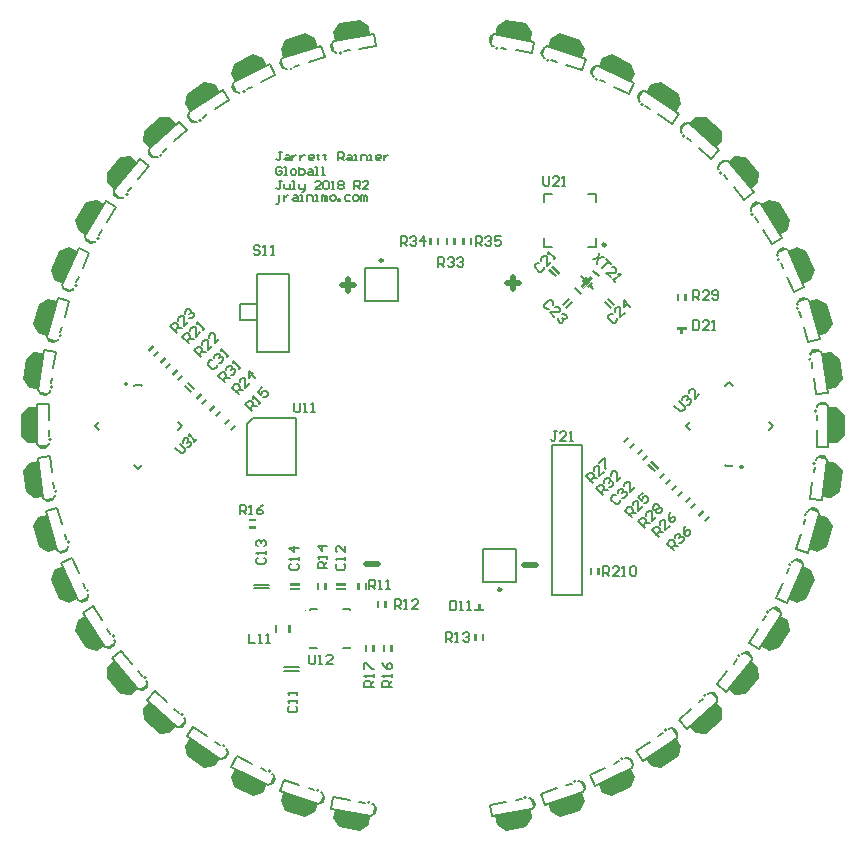
<source format=gto>
%FSLAX24Y24*%
%MOIN*%
G70*
G01*
G75*
G04 Layer_Color=65535*
%ADD10C,0.0100*%
%ADD11R,0.0197X0.0433*%
%ADD12R,0.0433X0.0197*%
G04:AMPARAMS|DCode=13|XSize=30mil|YSize=22mil|CornerRadius=5.5mil|HoleSize=0mil|Usage=FLASHONLY|Rotation=180.000|XOffset=0mil|YOffset=0mil|HoleType=Round|Shape=RoundedRectangle|*
%AMROUNDEDRECTD13*
21,1,0.0300,0.0110,0,0,180.0*
21,1,0.0190,0.0220,0,0,180.0*
1,1,0.0110,-0.0095,0.0055*
1,1,0.0110,0.0095,0.0055*
1,1,0.0110,0.0095,-0.0055*
1,1,0.0110,-0.0095,-0.0055*
%
%ADD13ROUNDEDRECTD13*%
G04:AMPARAMS|DCode=14|XSize=55.1mil|YSize=39.4mil|CornerRadius=4.9mil|HoleSize=0mil|Usage=FLASHONLY|Rotation=180.000|XOffset=0mil|YOffset=0mil|HoleType=Round|Shape=RoundedRectangle|*
%AMROUNDEDRECTD14*
21,1,0.0551,0.0295,0,0,180.0*
21,1,0.0453,0.0394,0,0,180.0*
1,1,0.0098,-0.0226,0.0148*
1,1,0.0098,0.0226,0.0148*
1,1,0.0098,0.0226,-0.0148*
1,1,0.0098,-0.0226,-0.0148*
%
%ADD14ROUNDEDRECTD14*%
G04:AMPARAMS|DCode=15|XSize=50mil|YSize=24mil|CornerRadius=6mil|HoleSize=0mil|Usage=FLASHONLY|Rotation=180.000|XOffset=0mil|YOffset=0mil|HoleType=Round|Shape=RoundedRectangle|*
%AMROUNDEDRECTD15*
21,1,0.0500,0.0120,0,0,180.0*
21,1,0.0380,0.0240,0,0,180.0*
1,1,0.0120,-0.0190,0.0060*
1,1,0.0120,0.0190,0.0060*
1,1,0.0120,0.0190,-0.0060*
1,1,0.0120,-0.0190,-0.0060*
%
%ADD15ROUNDEDRECTD15*%
G04:AMPARAMS|DCode=16|XSize=30mil|YSize=22mil|CornerRadius=5.5mil|HoleSize=0mil|Usage=FLASHONLY|Rotation=135.000|XOffset=0mil|YOffset=0mil|HoleType=Round|Shape=RoundedRectangle|*
%AMROUNDEDRECTD16*
21,1,0.0300,0.0110,0,0,135.0*
21,1,0.0190,0.0220,0,0,135.0*
1,1,0.0110,-0.0028,0.0106*
1,1,0.0110,0.0106,-0.0028*
1,1,0.0110,0.0028,-0.0106*
1,1,0.0110,-0.0106,0.0028*
%
%ADD16ROUNDEDRECTD16*%
%ADD17R,0.1102X0.1102*%
%ADD18O,0.0098X0.0354*%
%ADD19O,0.0354X0.0098*%
G04:AMPARAMS|DCode=20|XSize=40mil|YSize=40mil|CornerRadius=10mil|HoleSize=0mil|Usage=FLASHONLY|Rotation=135.000|XOffset=0mil|YOffset=0mil|HoleType=Round|Shape=RoundedRectangle|*
%AMROUNDEDRECTD20*
21,1,0.0400,0.0200,0,0,135.0*
21,1,0.0200,0.0400,0,0,135.0*
1,1,0.0200,0.0000,0.0141*
1,1,0.0200,0.0141,0.0000*
1,1,0.0200,0.0000,-0.0141*
1,1,0.0200,-0.0141,0.0000*
%
%ADD20ROUNDEDRECTD20*%
%ADD21P,0.1893X4X180.0*%
G04:AMPARAMS|DCode=22|XSize=9.8mil|YSize=29.5mil|CornerRadius=0mil|HoleSize=0mil|Usage=FLASHONLY|Rotation=135.000|XOffset=0mil|YOffset=0mil|HoleType=Round|Shape=Round|*
%AMOVALD22*
21,1,0.0197,0.0098,0.0000,0.0000,225.0*
1,1,0.0098,0.0070,0.0070*
1,1,0.0098,-0.0070,-0.0070*
%
%ADD22OVALD22*%

G04:AMPARAMS|DCode=23|XSize=9.8mil|YSize=29.5mil|CornerRadius=0mil|HoleSize=0mil|Usage=FLASHONLY|Rotation=225.000|XOffset=0mil|YOffset=0mil|HoleType=Round|Shape=Round|*
%AMOVALD23*
21,1,0.0197,0.0098,0.0000,0.0000,315.0*
1,1,0.0098,-0.0070,0.0070*
1,1,0.0098,0.0070,-0.0070*
%
%ADD23OVALD23*%

G04:AMPARAMS|DCode=24|XSize=35.4mil|YSize=19.7mil|CornerRadius=2.5mil|HoleSize=0mil|Usage=FLASHONLY|Rotation=170.000|XOffset=0mil|YOffset=0mil|HoleType=Round|Shape=RoundedRectangle|*
%AMROUNDEDRECTD24*
21,1,0.0354,0.0148,0,0,170.0*
21,1,0.0305,0.0197,0,0,170.0*
1,1,0.0049,-0.0137,0.0099*
1,1,0.0049,0.0163,0.0046*
1,1,0.0049,0.0137,-0.0099*
1,1,0.0049,-0.0163,-0.0046*
%
%ADD24ROUNDEDRECTD24*%
G04:AMPARAMS|DCode=25|XSize=15.7mil|YSize=19.7mil|CornerRadius=2mil|HoleSize=0mil|Usage=FLASHONLY|Rotation=170.000|XOffset=0mil|YOffset=0mil|HoleType=Round|Shape=RoundedRectangle|*
%AMROUNDEDRECTD25*
21,1,0.0157,0.0157,0,0,170.0*
21,1,0.0118,0.0197,0,0,170.0*
1,1,0.0039,-0.0044,0.0088*
1,1,0.0039,0.0072,0.0067*
1,1,0.0039,0.0044,-0.0088*
1,1,0.0039,-0.0072,-0.0067*
%
%ADD25ROUNDEDRECTD25*%
G04:AMPARAMS|DCode=26|XSize=35.4mil|YSize=19.7mil|CornerRadius=2.5mil|HoleSize=0mil|Usage=FLASHONLY|Rotation=162.000|XOffset=0mil|YOffset=0mil|HoleType=Round|Shape=RoundedRectangle|*
%AMROUNDEDRECTD26*
21,1,0.0354,0.0148,0,0,162.0*
21,1,0.0305,0.0197,0,0,162.0*
1,1,0.0049,-0.0122,0.0117*
1,1,0.0049,0.0168,0.0023*
1,1,0.0049,0.0122,-0.0117*
1,1,0.0049,-0.0168,-0.0023*
%
%ADD26ROUNDEDRECTD26*%
G04:AMPARAMS|DCode=27|XSize=15.7mil|YSize=19.7mil|CornerRadius=2mil|HoleSize=0mil|Usage=FLASHONLY|Rotation=162.000|XOffset=0mil|YOffset=0mil|HoleType=Round|Shape=RoundedRectangle|*
%AMROUNDEDRECTD27*
21,1,0.0157,0.0157,0,0,162.0*
21,1,0.0118,0.0197,0,0,162.0*
1,1,0.0039,-0.0032,0.0093*
1,1,0.0039,0.0081,0.0057*
1,1,0.0039,0.0032,-0.0093*
1,1,0.0039,-0.0081,-0.0057*
%
%ADD27ROUNDEDRECTD27*%
G04:AMPARAMS|DCode=28|XSize=35.4mil|YSize=19.7mil|CornerRadius=2.5mil|HoleSize=0mil|Usage=FLASHONLY|Rotation=154.000|XOffset=0mil|YOffset=0mil|HoleType=Round|Shape=RoundedRectangle|*
%AMROUNDEDRECTD28*
21,1,0.0354,0.0148,0,0,154.0*
21,1,0.0305,0.0197,0,0,154.0*
1,1,0.0049,-0.0105,0.0133*
1,1,0.0049,0.0169,-0.0001*
1,1,0.0049,0.0105,-0.0133*
1,1,0.0049,-0.0169,0.0001*
%
%ADD28ROUNDEDRECTD28*%
G04:AMPARAMS|DCode=29|XSize=15.7mil|YSize=19.7mil|CornerRadius=2mil|HoleSize=0mil|Usage=FLASHONLY|Rotation=154.000|XOffset=0mil|YOffset=0mil|HoleType=Round|Shape=RoundedRectangle|*
%AMROUNDEDRECTD29*
21,1,0.0157,0.0157,0,0,154.0*
21,1,0.0118,0.0197,0,0,154.0*
1,1,0.0039,-0.0019,0.0097*
1,1,0.0039,0.0088,0.0045*
1,1,0.0039,0.0019,-0.0097*
1,1,0.0039,-0.0088,-0.0045*
%
%ADD29ROUNDEDRECTD29*%
G04:AMPARAMS|DCode=30|XSize=35.4mil|YSize=19.7mil|CornerRadius=2.5mil|HoleSize=0mil|Usage=FLASHONLY|Rotation=146.000|XOffset=0mil|YOffset=0mil|HoleType=Round|Shape=RoundedRectangle|*
%AMROUNDEDRECTD30*
21,1,0.0354,0.0148,0,0,146.0*
21,1,0.0305,0.0197,0,0,146.0*
1,1,0.0049,-0.0085,0.0147*
1,1,0.0049,0.0168,-0.0024*
1,1,0.0049,0.0085,-0.0147*
1,1,0.0049,-0.0168,0.0024*
%
%ADD30ROUNDEDRECTD30*%
G04:AMPARAMS|DCode=31|XSize=15.7mil|YSize=19.7mil|CornerRadius=2mil|HoleSize=0mil|Usage=FLASHONLY|Rotation=146.000|XOffset=0mil|YOffset=0mil|HoleType=Round|Shape=RoundedRectangle|*
%AMROUNDEDRECTD31*
21,1,0.0157,0.0157,0,0,146.0*
21,1,0.0118,0.0197,0,0,146.0*
1,1,0.0039,-0.0005,0.0098*
1,1,0.0039,0.0093,0.0032*
1,1,0.0039,0.0005,-0.0098*
1,1,0.0039,-0.0093,-0.0032*
%
%ADD31ROUNDEDRECTD31*%
G04:AMPARAMS|DCode=32|XSize=35.4mil|YSize=19.7mil|CornerRadius=2.5mil|HoleSize=0mil|Usage=FLASHONLY|Rotation=138.000|XOffset=0mil|YOffset=0mil|HoleType=Round|Shape=RoundedRectangle|*
%AMROUNDEDRECTD32*
21,1,0.0354,0.0148,0,0,138.0*
21,1,0.0305,0.0197,0,0,138.0*
1,1,0.0049,-0.0064,0.0157*
1,1,0.0049,0.0163,-0.0047*
1,1,0.0049,0.0064,-0.0157*
1,1,0.0049,-0.0163,0.0047*
%
%ADD32ROUNDEDRECTD32*%
G04:AMPARAMS|DCode=33|XSize=15.7mil|YSize=19.7mil|CornerRadius=2mil|HoleSize=0mil|Usage=FLASHONLY|Rotation=138.000|XOffset=0mil|YOffset=0mil|HoleType=Round|Shape=RoundedRectangle|*
%AMROUNDEDRECTD33*
21,1,0.0157,0.0157,0,0,138.0*
21,1,0.0118,0.0197,0,0,138.0*
1,1,0.0039,0.0009,0.0098*
1,1,0.0039,0.0097,0.0019*
1,1,0.0039,-0.0009,-0.0098*
1,1,0.0039,-0.0097,-0.0019*
%
%ADD33ROUNDEDRECTD33*%
G04:AMPARAMS|DCode=34|XSize=35.4mil|YSize=19.7mil|CornerRadius=2.5mil|HoleSize=0mil|Usage=FLASHONLY|Rotation=130.000|XOffset=0mil|YOffset=0mil|HoleType=Round|Shape=RoundedRectangle|*
%AMROUNDEDRECTD34*
21,1,0.0354,0.0148,0,0,130.0*
21,1,0.0305,0.0197,0,0,130.0*
1,1,0.0049,-0.0042,0.0164*
1,1,0.0049,0.0155,-0.0069*
1,1,0.0049,0.0042,-0.0164*
1,1,0.0049,-0.0155,0.0069*
%
%ADD34ROUNDEDRECTD34*%
G04:AMPARAMS|DCode=35|XSize=15.7mil|YSize=19.7mil|CornerRadius=2mil|HoleSize=0mil|Usage=FLASHONLY|Rotation=130.000|XOffset=0mil|YOffset=0mil|HoleType=Round|Shape=RoundedRectangle|*
%AMROUNDEDRECTD35*
21,1,0.0157,0.0157,0,0,130.0*
21,1,0.0118,0.0197,0,0,130.0*
1,1,0.0039,0.0022,0.0096*
1,1,0.0039,0.0098,0.0005*
1,1,0.0039,-0.0022,-0.0096*
1,1,0.0039,-0.0098,-0.0005*
%
%ADD35ROUNDEDRECTD35*%
G04:AMPARAMS|DCode=36|XSize=35.4mil|YSize=19.7mil|CornerRadius=2.5mil|HoleSize=0mil|Usage=FLASHONLY|Rotation=122.000|XOffset=0mil|YOffset=0mil|HoleType=Round|Shape=RoundedRectangle|*
%AMROUNDEDRECTD36*
21,1,0.0354,0.0148,0,0,122.0*
21,1,0.0305,0.0197,0,0,122.0*
1,1,0.0049,-0.0018,0.0169*
1,1,0.0049,0.0143,-0.0090*
1,1,0.0049,0.0018,-0.0169*
1,1,0.0049,-0.0143,0.0090*
%
%ADD36ROUNDEDRECTD36*%
G04:AMPARAMS|DCode=37|XSize=15.7mil|YSize=19.7mil|CornerRadius=2mil|HoleSize=0mil|Usage=FLASHONLY|Rotation=122.000|XOffset=0mil|YOffset=0mil|HoleType=Round|Shape=RoundedRectangle|*
%AMROUNDEDRECTD37*
21,1,0.0157,0.0157,0,0,122.0*
21,1,0.0118,0.0197,0,0,122.0*
1,1,0.0039,0.0035,0.0092*
1,1,0.0039,0.0098,-0.0008*
1,1,0.0039,-0.0035,-0.0092*
1,1,0.0039,-0.0098,0.0008*
%
%ADD37ROUNDEDRECTD37*%
G04:AMPARAMS|DCode=38|XSize=35.4mil|YSize=19.7mil|CornerRadius=2.5mil|HoleSize=0mil|Usage=FLASHONLY|Rotation=114.000|XOffset=0mil|YOffset=0mil|HoleType=Round|Shape=RoundedRectangle|*
%AMROUNDEDRECTD38*
21,1,0.0354,0.0148,0,0,114.0*
21,1,0.0305,0.0197,0,0,114.0*
1,1,0.0049,0.0005,0.0169*
1,1,0.0049,0.0129,-0.0109*
1,1,0.0049,-0.0005,-0.0169*
1,1,0.0049,-0.0129,0.0109*
%
%ADD38ROUNDEDRECTD38*%
G04:AMPARAMS|DCode=39|XSize=15.7mil|YSize=19.7mil|CornerRadius=2mil|HoleSize=0mil|Usage=FLASHONLY|Rotation=114.000|XOffset=0mil|YOffset=0mil|HoleType=Round|Shape=RoundedRectangle|*
%AMROUNDEDRECTD39*
21,1,0.0157,0.0157,0,0,114.0*
21,1,0.0118,0.0197,0,0,114.0*
1,1,0.0039,0.0048,0.0086*
1,1,0.0039,0.0096,-0.0022*
1,1,0.0039,-0.0048,-0.0086*
1,1,0.0039,-0.0096,0.0022*
%
%ADD39ROUNDEDRECTD39*%
G04:AMPARAMS|DCode=40|XSize=35.4mil|YSize=19.7mil|CornerRadius=2.5mil|HoleSize=0mil|Usage=FLASHONLY|Rotation=106.000|XOffset=0mil|YOffset=0mil|HoleType=Round|Shape=RoundedRectangle|*
%AMROUNDEDRECTD40*
21,1,0.0354,0.0148,0,0,106.0*
21,1,0.0305,0.0197,0,0,106.0*
1,1,0.0049,0.0029,0.0167*
1,1,0.0049,0.0113,-0.0126*
1,1,0.0049,-0.0029,-0.0167*
1,1,0.0049,-0.0113,0.0126*
%
%ADD40ROUNDEDRECTD40*%
G04:AMPARAMS|DCode=41|XSize=15.7mil|YSize=19.7mil|CornerRadius=2mil|HoleSize=0mil|Usage=FLASHONLY|Rotation=106.000|XOffset=0mil|YOffset=0mil|HoleType=Round|Shape=RoundedRectangle|*
%AMROUNDEDRECTD41*
21,1,0.0157,0.0157,0,0,106.0*
21,1,0.0118,0.0197,0,0,106.0*
1,1,0.0039,0.0059,0.0078*
1,1,0.0039,0.0092,-0.0035*
1,1,0.0039,-0.0059,-0.0078*
1,1,0.0039,-0.0092,0.0035*
%
%ADD41ROUNDEDRECTD41*%
G04:AMPARAMS|DCode=42|XSize=35.4mil|YSize=19.7mil|CornerRadius=2.5mil|HoleSize=0mil|Usage=FLASHONLY|Rotation=98.000|XOffset=0mil|YOffset=0mil|HoleType=Round|Shape=RoundedRectangle|*
%AMROUNDEDRECTD42*
21,1,0.0354,0.0148,0,0,98.0*
21,1,0.0305,0.0197,0,0,98.0*
1,1,0.0049,0.0052,0.0161*
1,1,0.0049,0.0094,-0.0141*
1,1,0.0049,-0.0052,-0.0161*
1,1,0.0049,-0.0094,0.0141*
%
%ADD42ROUNDEDRECTD42*%
G04:AMPARAMS|DCode=43|XSize=15.7mil|YSize=19.7mil|CornerRadius=2mil|HoleSize=0mil|Usage=FLASHONLY|Rotation=98.000|XOffset=0mil|YOffset=0mil|HoleType=Round|Shape=RoundedRectangle|*
%AMROUNDEDRECTD43*
21,1,0.0157,0.0157,0,0,98.0*
21,1,0.0118,0.0197,0,0,98.0*
1,1,0.0039,0.0070,0.0069*
1,1,0.0039,0.0086,-0.0048*
1,1,0.0039,-0.0070,-0.0069*
1,1,0.0039,-0.0086,0.0048*
%
%ADD43ROUNDEDRECTD43*%
G04:AMPARAMS|DCode=44|XSize=35.4mil|YSize=19.7mil|CornerRadius=2.5mil|HoleSize=0mil|Usage=FLASHONLY|Rotation=10.000|XOffset=0mil|YOffset=0mil|HoleType=Round|Shape=RoundedRectangle|*
%AMROUNDEDRECTD44*
21,1,0.0354,0.0148,0,0,10.0*
21,1,0.0305,0.0197,0,0,10.0*
1,1,0.0049,0.0163,-0.0046*
1,1,0.0049,-0.0137,-0.0099*
1,1,0.0049,-0.0163,0.0046*
1,1,0.0049,0.0137,0.0099*
%
%ADD44ROUNDEDRECTD44*%
G04:AMPARAMS|DCode=45|XSize=15.7mil|YSize=19.7mil|CornerRadius=2mil|HoleSize=0mil|Usage=FLASHONLY|Rotation=10.000|XOffset=0mil|YOffset=0mil|HoleType=Round|Shape=RoundedRectangle|*
%AMROUNDEDRECTD45*
21,1,0.0157,0.0157,0,0,10.0*
21,1,0.0118,0.0197,0,0,10.0*
1,1,0.0039,0.0072,-0.0067*
1,1,0.0039,-0.0044,-0.0088*
1,1,0.0039,-0.0072,0.0067*
1,1,0.0039,0.0044,0.0088*
%
%ADD45ROUNDEDRECTD45*%
G04:AMPARAMS|DCode=46|XSize=35.4mil|YSize=19.7mil|CornerRadius=2.5mil|HoleSize=0mil|Usage=FLASHONLY|Rotation=18.000|XOffset=0mil|YOffset=0mil|HoleType=Round|Shape=RoundedRectangle|*
%AMROUNDEDRECTD46*
21,1,0.0354,0.0148,0,0,18.0*
21,1,0.0305,0.0197,0,0,18.0*
1,1,0.0049,0.0168,-0.0023*
1,1,0.0049,-0.0122,-0.0117*
1,1,0.0049,-0.0168,0.0023*
1,1,0.0049,0.0122,0.0117*
%
%ADD46ROUNDEDRECTD46*%
G04:AMPARAMS|DCode=47|XSize=15.7mil|YSize=19.7mil|CornerRadius=2mil|HoleSize=0mil|Usage=FLASHONLY|Rotation=18.000|XOffset=0mil|YOffset=0mil|HoleType=Round|Shape=RoundedRectangle|*
%AMROUNDEDRECTD47*
21,1,0.0157,0.0157,0,0,18.0*
21,1,0.0118,0.0197,0,0,18.0*
1,1,0.0039,0.0081,-0.0057*
1,1,0.0039,-0.0032,-0.0093*
1,1,0.0039,-0.0081,0.0057*
1,1,0.0039,0.0032,0.0093*
%
%ADD47ROUNDEDRECTD47*%
G04:AMPARAMS|DCode=48|XSize=35.4mil|YSize=19.7mil|CornerRadius=2.5mil|HoleSize=0mil|Usage=FLASHONLY|Rotation=26.000|XOffset=0mil|YOffset=0mil|HoleType=Round|Shape=RoundedRectangle|*
%AMROUNDEDRECTD48*
21,1,0.0354,0.0148,0,0,26.0*
21,1,0.0305,0.0197,0,0,26.0*
1,1,0.0049,0.0169,0.0001*
1,1,0.0049,-0.0105,-0.0133*
1,1,0.0049,-0.0169,-0.0001*
1,1,0.0049,0.0105,0.0133*
%
%ADD48ROUNDEDRECTD48*%
G04:AMPARAMS|DCode=49|XSize=15.7mil|YSize=19.7mil|CornerRadius=2mil|HoleSize=0mil|Usage=FLASHONLY|Rotation=26.000|XOffset=0mil|YOffset=0mil|HoleType=Round|Shape=RoundedRectangle|*
%AMROUNDEDRECTD49*
21,1,0.0157,0.0157,0,0,26.0*
21,1,0.0118,0.0197,0,0,26.0*
1,1,0.0039,0.0088,-0.0045*
1,1,0.0039,-0.0019,-0.0097*
1,1,0.0039,-0.0088,0.0045*
1,1,0.0039,0.0019,0.0097*
%
%ADD49ROUNDEDRECTD49*%
G04:AMPARAMS|DCode=50|XSize=35.4mil|YSize=19.7mil|CornerRadius=2.5mil|HoleSize=0mil|Usage=FLASHONLY|Rotation=34.000|XOffset=0mil|YOffset=0mil|HoleType=Round|Shape=RoundedRectangle|*
%AMROUNDEDRECTD50*
21,1,0.0354,0.0148,0,0,34.0*
21,1,0.0305,0.0197,0,0,34.0*
1,1,0.0049,0.0168,0.0024*
1,1,0.0049,-0.0085,-0.0147*
1,1,0.0049,-0.0168,-0.0024*
1,1,0.0049,0.0085,0.0147*
%
%ADD50ROUNDEDRECTD50*%
G04:AMPARAMS|DCode=51|XSize=15.7mil|YSize=19.7mil|CornerRadius=2mil|HoleSize=0mil|Usage=FLASHONLY|Rotation=34.000|XOffset=0mil|YOffset=0mil|HoleType=Round|Shape=RoundedRectangle|*
%AMROUNDEDRECTD51*
21,1,0.0157,0.0157,0,0,34.0*
21,1,0.0118,0.0197,0,0,34.0*
1,1,0.0039,0.0093,-0.0032*
1,1,0.0039,-0.0005,-0.0098*
1,1,0.0039,-0.0093,0.0032*
1,1,0.0039,0.0005,0.0098*
%
%ADD51ROUNDEDRECTD51*%
G04:AMPARAMS|DCode=52|XSize=35.4mil|YSize=19.7mil|CornerRadius=2.5mil|HoleSize=0mil|Usage=FLASHONLY|Rotation=42.000|XOffset=0mil|YOffset=0mil|HoleType=Round|Shape=RoundedRectangle|*
%AMROUNDEDRECTD52*
21,1,0.0354,0.0148,0,0,42.0*
21,1,0.0305,0.0197,0,0,42.0*
1,1,0.0049,0.0163,0.0047*
1,1,0.0049,-0.0064,-0.0157*
1,1,0.0049,-0.0163,-0.0047*
1,1,0.0049,0.0064,0.0157*
%
%ADD52ROUNDEDRECTD52*%
G04:AMPARAMS|DCode=53|XSize=15.7mil|YSize=19.7mil|CornerRadius=2mil|HoleSize=0mil|Usage=FLASHONLY|Rotation=42.000|XOffset=0mil|YOffset=0mil|HoleType=Round|Shape=RoundedRectangle|*
%AMROUNDEDRECTD53*
21,1,0.0157,0.0157,0,0,42.0*
21,1,0.0118,0.0197,0,0,42.0*
1,1,0.0039,0.0097,-0.0019*
1,1,0.0039,0.0009,-0.0098*
1,1,0.0039,-0.0097,0.0019*
1,1,0.0039,-0.0009,0.0098*
%
%ADD53ROUNDEDRECTD53*%
G04:AMPARAMS|DCode=54|XSize=35.4mil|YSize=19.7mil|CornerRadius=2.5mil|HoleSize=0mil|Usage=FLASHONLY|Rotation=50.000|XOffset=0mil|YOffset=0mil|HoleType=Round|Shape=RoundedRectangle|*
%AMROUNDEDRECTD54*
21,1,0.0354,0.0148,0,0,50.0*
21,1,0.0305,0.0197,0,0,50.0*
1,1,0.0049,0.0155,0.0069*
1,1,0.0049,-0.0042,-0.0164*
1,1,0.0049,-0.0155,-0.0069*
1,1,0.0049,0.0042,0.0164*
%
%ADD54ROUNDEDRECTD54*%
G04:AMPARAMS|DCode=55|XSize=15.7mil|YSize=19.7mil|CornerRadius=2mil|HoleSize=0mil|Usage=FLASHONLY|Rotation=50.000|XOffset=0mil|YOffset=0mil|HoleType=Round|Shape=RoundedRectangle|*
%AMROUNDEDRECTD55*
21,1,0.0157,0.0157,0,0,50.0*
21,1,0.0118,0.0197,0,0,50.0*
1,1,0.0039,0.0098,-0.0005*
1,1,0.0039,0.0022,-0.0096*
1,1,0.0039,-0.0098,0.0005*
1,1,0.0039,-0.0022,0.0096*
%
%ADD55ROUNDEDRECTD55*%
G04:AMPARAMS|DCode=56|XSize=35.4mil|YSize=19.7mil|CornerRadius=2.5mil|HoleSize=0mil|Usage=FLASHONLY|Rotation=58.000|XOffset=0mil|YOffset=0mil|HoleType=Round|Shape=RoundedRectangle|*
%AMROUNDEDRECTD56*
21,1,0.0354,0.0148,0,0,58.0*
21,1,0.0305,0.0197,0,0,58.0*
1,1,0.0049,0.0143,0.0090*
1,1,0.0049,-0.0018,-0.0169*
1,1,0.0049,-0.0143,-0.0090*
1,1,0.0049,0.0018,0.0169*
%
%ADD56ROUNDEDRECTD56*%
G04:AMPARAMS|DCode=57|XSize=15.7mil|YSize=19.7mil|CornerRadius=2mil|HoleSize=0mil|Usage=FLASHONLY|Rotation=58.000|XOffset=0mil|YOffset=0mil|HoleType=Round|Shape=RoundedRectangle|*
%AMROUNDEDRECTD57*
21,1,0.0157,0.0157,0,0,58.0*
21,1,0.0118,0.0197,0,0,58.0*
1,1,0.0039,0.0098,0.0008*
1,1,0.0039,0.0035,-0.0092*
1,1,0.0039,-0.0098,-0.0008*
1,1,0.0039,-0.0035,0.0092*
%
%ADD57ROUNDEDRECTD57*%
G04:AMPARAMS|DCode=58|XSize=35.4mil|YSize=19.7mil|CornerRadius=2.5mil|HoleSize=0mil|Usage=FLASHONLY|Rotation=66.000|XOffset=0mil|YOffset=0mil|HoleType=Round|Shape=RoundedRectangle|*
%AMROUNDEDRECTD58*
21,1,0.0354,0.0148,0,0,66.0*
21,1,0.0305,0.0197,0,0,66.0*
1,1,0.0049,0.0129,0.0109*
1,1,0.0049,0.0005,-0.0169*
1,1,0.0049,-0.0129,-0.0109*
1,1,0.0049,-0.0005,0.0169*
%
%ADD58ROUNDEDRECTD58*%
G04:AMPARAMS|DCode=59|XSize=15.7mil|YSize=19.7mil|CornerRadius=2mil|HoleSize=0mil|Usage=FLASHONLY|Rotation=66.000|XOffset=0mil|YOffset=0mil|HoleType=Round|Shape=RoundedRectangle|*
%AMROUNDEDRECTD59*
21,1,0.0157,0.0157,0,0,66.0*
21,1,0.0118,0.0197,0,0,66.0*
1,1,0.0039,0.0096,0.0022*
1,1,0.0039,0.0048,-0.0086*
1,1,0.0039,-0.0096,-0.0022*
1,1,0.0039,-0.0048,0.0086*
%
%ADD59ROUNDEDRECTD59*%
G04:AMPARAMS|DCode=60|XSize=35.4mil|YSize=19.7mil|CornerRadius=2.5mil|HoleSize=0mil|Usage=FLASHONLY|Rotation=74.000|XOffset=0mil|YOffset=0mil|HoleType=Round|Shape=RoundedRectangle|*
%AMROUNDEDRECTD60*
21,1,0.0354,0.0148,0,0,74.0*
21,1,0.0305,0.0197,0,0,74.0*
1,1,0.0049,0.0113,0.0126*
1,1,0.0049,0.0029,-0.0167*
1,1,0.0049,-0.0113,-0.0126*
1,1,0.0049,-0.0029,0.0167*
%
%ADD60ROUNDEDRECTD60*%
G04:AMPARAMS|DCode=61|XSize=15.7mil|YSize=19.7mil|CornerRadius=2mil|HoleSize=0mil|Usage=FLASHONLY|Rotation=74.000|XOffset=0mil|YOffset=0mil|HoleType=Round|Shape=RoundedRectangle|*
%AMROUNDEDRECTD61*
21,1,0.0157,0.0157,0,0,74.0*
21,1,0.0118,0.0197,0,0,74.0*
1,1,0.0039,0.0092,0.0035*
1,1,0.0039,0.0059,-0.0078*
1,1,0.0039,-0.0092,-0.0035*
1,1,0.0039,-0.0059,0.0078*
%
%ADD61ROUNDEDRECTD61*%
G04:AMPARAMS|DCode=62|XSize=35.4mil|YSize=19.7mil|CornerRadius=2.5mil|HoleSize=0mil|Usage=FLASHONLY|Rotation=82.000|XOffset=0mil|YOffset=0mil|HoleType=Round|Shape=RoundedRectangle|*
%AMROUNDEDRECTD62*
21,1,0.0354,0.0148,0,0,82.0*
21,1,0.0305,0.0197,0,0,82.0*
1,1,0.0049,0.0094,0.0141*
1,1,0.0049,0.0052,-0.0161*
1,1,0.0049,-0.0094,-0.0141*
1,1,0.0049,-0.0052,0.0161*
%
%ADD62ROUNDEDRECTD62*%
G04:AMPARAMS|DCode=63|XSize=15.7mil|YSize=19.7mil|CornerRadius=2mil|HoleSize=0mil|Usage=FLASHONLY|Rotation=82.000|XOffset=0mil|YOffset=0mil|HoleType=Round|Shape=RoundedRectangle|*
%AMROUNDEDRECTD63*
21,1,0.0157,0.0157,0,0,82.0*
21,1,0.0118,0.0197,0,0,82.0*
1,1,0.0039,0.0086,0.0048*
1,1,0.0039,0.0070,-0.0069*
1,1,0.0039,-0.0086,-0.0048*
1,1,0.0039,-0.0070,0.0069*
%
%ADD63ROUNDEDRECTD63*%
G04:AMPARAMS|DCode=64|XSize=35.4mil|YSize=19.7mil|CornerRadius=2.5mil|HoleSize=0mil|Usage=FLASHONLY|Rotation=90.000|XOffset=0mil|YOffset=0mil|HoleType=Round|Shape=RoundedRectangle|*
%AMROUNDEDRECTD64*
21,1,0.0354,0.0148,0,0,90.0*
21,1,0.0305,0.0197,0,0,90.0*
1,1,0.0049,0.0074,0.0153*
1,1,0.0049,0.0074,-0.0153*
1,1,0.0049,-0.0074,-0.0153*
1,1,0.0049,-0.0074,0.0153*
%
%ADD64ROUNDEDRECTD64*%
G04:AMPARAMS|DCode=65|XSize=15.7mil|YSize=19.7mil|CornerRadius=2mil|HoleSize=0mil|Usage=FLASHONLY|Rotation=90.000|XOffset=0mil|YOffset=0mil|HoleType=Round|Shape=RoundedRectangle|*
%AMROUNDEDRECTD65*
21,1,0.0157,0.0157,0,0,90.0*
21,1,0.0118,0.0197,0,0,90.0*
1,1,0.0039,0.0079,0.0059*
1,1,0.0039,0.0079,-0.0059*
1,1,0.0039,-0.0079,-0.0059*
1,1,0.0039,-0.0079,0.0059*
%
%ADD65ROUNDEDRECTD65*%
%ADD66R,0.0886X0.0472*%
%ADD67R,0.0433X0.1063*%
%ADD68R,0.0138X0.0236*%
%ADD69R,0.0453X0.0236*%
G04:AMPARAMS|DCode=70|XSize=30mil|YSize=22mil|CornerRadius=5.5mil|HoleSize=0mil|Usage=FLASHONLY|Rotation=225.000|XOffset=0mil|YOffset=0mil|HoleType=Round|Shape=RoundedRectangle|*
%AMROUNDEDRECTD70*
21,1,0.0300,0.0110,0,0,225.0*
21,1,0.0190,0.0220,0,0,225.0*
1,1,0.0110,-0.0106,-0.0028*
1,1,0.0110,0.0028,0.0106*
1,1,0.0110,0.0106,0.0028*
1,1,0.0110,-0.0028,-0.0106*
%
%ADD70ROUNDEDRECTD70*%
%ADD71R,0.0256X0.0118*%
%ADD72R,0.0689X0.0984*%
%ADD73R,0.0118X0.0256*%
G04:AMPARAMS|DCode=74|XSize=30mil|YSize=22mil|CornerRadius=5.5mil|HoleSize=0mil|Usage=FLASHONLY|Rotation=270.000|XOffset=0mil|YOffset=0mil|HoleType=Round|Shape=RoundedRectangle|*
%AMROUNDEDRECTD74*
21,1,0.0300,0.0110,0,0,270.0*
21,1,0.0190,0.0220,0,0,270.0*
1,1,0.0110,-0.0055,-0.0095*
1,1,0.0110,-0.0055,0.0095*
1,1,0.0110,0.0055,0.0095*
1,1,0.0110,0.0055,-0.0095*
%
%ADD74ROUNDEDRECTD74*%
%ADD75C,0.0200*%
%ADD76C,0.0080*%
%ADD77R,0.4350X0.1000*%
%ADD78R,0.4400X0.1650*%
%ADD79C,0.0276*%
%ADD80R,0.0591X0.0591*%
%ADD81R,0.0591X0.0591*%
%ADD82C,0.0591*%
%ADD83C,0.0250*%
%ADD84C,0.0260*%
%ADD85C,0.0157*%
%ADD86C,0.0300*%
%ADD87C,0.0500*%
%ADD88C,0.0197*%
%ADD89P,0.0341X8X157.5*%
G04:AMPARAMS|DCode=90|XSize=133.9mil|YSize=141.7mil|CornerRadius=0.7mil|HoleSize=0mil|Usage=FLASHONLY|Rotation=135.000|XOffset=0mil|YOffset=0mil|HoleType=Round|Shape=RoundedRectangle|*
%AMROUNDEDRECTD90*
21,1,0.1339,0.1404,0,0,135.0*
21,1,0.1325,0.1417,0,0,135.0*
1,1,0.0013,0.0028,0.0965*
1,1,0.0013,0.0965,0.0028*
1,1,0.0013,-0.0028,-0.0965*
1,1,0.0013,-0.0965,-0.0028*
%
%ADD90ROUNDEDRECTD90*%
G04:AMPARAMS|DCode=91|XSize=133.9mil|YSize=141.7mil|CornerRadius=0.7mil|HoleSize=0mil|Usage=FLASHONLY|Rotation=225.000|XOffset=0mil|YOffset=0mil|HoleType=Round|Shape=RoundedRectangle|*
%AMROUNDEDRECTD91*
21,1,0.1339,0.1404,0,0,225.0*
21,1,0.1325,0.1417,0,0,225.0*
1,1,0.0013,-0.0965,0.0028*
1,1,0.0013,-0.0028,0.0965*
1,1,0.0013,0.0965,-0.0028*
1,1,0.0013,0.0028,-0.0965*
%
%ADD91ROUNDEDRECTD91*%
G04:AMPARAMS|DCode=92|XSize=24mil|YSize=30mil|CornerRadius=6mil|HoleSize=0mil|Usage=FLASHONLY|Rotation=270.000|XOffset=0mil|YOffset=0mil|HoleType=Round|Shape=RoundedRectangle|*
%AMROUNDEDRECTD92*
21,1,0.0240,0.0180,0,0,270.0*
21,1,0.0120,0.0300,0,0,270.0*
1,1,0.0120,-0.0090,-0.0060*
1,1,0.0120,-0.0090,0.0060*
1,1,0.0120,0.0090,0.0060*
1,1,0.0120,0.0090,-0.0060*
%
%ADD92ROUNDEDRECTD92*%
%ADD93R,0.4350X0.0950*%
%ADD94C,0.0098*%
%ADD95C,0.0039*%
%ADD96C,0.0079*%
%ADD97C,0.0010*%
%ADD98C,0.0050*%
%ADD99C,0.0138*%
G36*
X26836Y35234D02*
X26548Y35151D01*
X26238Y35323D01*
X26045Y35996D01*
X26217Y36305D01*
X26505Y36387D01*
X26836Y35234D01*
D02*
G37*
G36*
X44645Y34405D02*
X44595D01*
Y34595D01*
X44645D01*
Y34405D01*
D02*
G37*
G36*
X44905Y34405D02*
X44855Y34405D01*
Y34595D01*
X44905Y34595D01*
Y34405D01*
D02*
G37*
G36*
X52523Y36305D02*
X52695Y35996D01*
X52502Y35323D01*
X52193Y35151D01*
X51904Y35234D01*
X52235Y36387D01*
X52523Y36305D01*
D02*
G37*
G36*
X33445Y36205D02*
X33255D01*
X33255Y36255D01*
X33445D01*
X33445Y36205D01*
D02*
G37*
G36*
X48577Y36308D02*
X48442Y36173D01*
X48407Y36209D01*
X48541Y36343D01*
X48577Y36308D01*
D02*
G37*
G36*
X33445Y35945D02*
X33255D01*
Y35995D01*
X33445D01*
Y35945D01*
D02*
G37*
G36*
X35805Y33905D02*
X35755D01*
Y34095D01*
X35805D01*
Y33905D01*
D02*
G37*
G36*
X34900D02*
X34600D01*
Y33955D01*
X34900D01*
Y33905D01*
D02*
G37*
G36*
X37155Y33905D02*
X37105Y33905D01*
Y34095D01*
X37155Y34095D01*
Y33905D01*
D02*
G37*
G36*
X36450Y33905D02*
X36150D01*
Y33955D01*
X36450D01*
Y33905D01*
D02*
G37*
G36*
Y34045D02*
X36150D01*
Y34095D01*
X36450D01*
Y34045D01*
D02*
G37*
G36*
X34900D02*
X34600D01*
Y34095D01*
X34900D01*
Y34045D01*
D02*
G37*
G36*
X36895Y33905D02*
X36845D01*
Y34095D01*
X36895D01*
Y33905D01*
D02*
G37*
G36*
X46774Y37862D02*
X46739Y37827D01*
X46527Y38039D01*
X46562Y38074D01*
X46774Y37862D01*
D02*
G37*
G36*
X47093Y37741D02*
X46959Y37607D01*
X46923Y37642D01*
X47058Y37777D01*
X47093Y37741D01*
D02*
G37*
G36*
X47277Y37558D02*
X47142Y37423D01*
X47107Y37459D01*
X47241Y37593D01*
X47277Y37558D01*
D02*
G37*
G36*
X46873Y37961D02*
X46838Y37926D01*
X46626Y38138D01*
X46661Y38173D01*
X46873Y37961D01*
D02*
G37*
G36*
X46077Y38758D02*
X45942Y38623D01*
X45907Y38659D01*
X46041Y38793D01*
X46077Y38758D01*
D02*
G37*
G36*
X46343Y38541D02*
X46209Y38407D01*
X46173Y38442D01*
X46308Y38577D01*
X46343Y38541D01*
D02*
G37*
G36*
X46527Y38358D02*
X46392Y38223D01*
X46357Y38259D01*
X46491Y38393D01*
X46527Y38358D01*
D02*
G37*
G36*
X47943Y36941D02*
X47809Y36807D01*
X47773Y36842D01*
X47908Y36977D01*
X47943Y36941D01*
D02*
G37*
G36*
X48127Y36758D02*
X47992Y36623D01*
X47957Y36659D01*
X48091Y36793D01*
X48127Y36758D01*
D02*
G37*
G36*
X48393Y36491D02*
X48259Y36357D01*
X48223Y36392D01*
X48358Y36527D01*
X48393Y36491D01*
D02*
G37*
G36*
X26387Y36980D02*
X26090Y36938D01*
X25808Y37151D01*
X25711Y37844D01*
X25923Y38126D01*
X26220Y38168D01*
X26387Y36980D01*
D02*
G37*
G36*
X47493Y37341D02*
X47359Y37207D01*
X47323Y37242D01*
X47458Y37377D01*
X47493Y37341D01*
D02*
G37*
G36*
X47677Y37158D02*
X47542Y37023D01*
X47507Y37059D01*
X47641Y37193D01*
X47677Y37158D01*
D02*
G37*
G36*
X52817Y38126D02*
X53030Y37844D01*
X52932Y37151D01*
X52650Y36938D01*
X52353Y36980D01*
X52520Y38168D01*
X52817Y38126D01*
D02*
G37*
G36*
X49016Y29907D02*
X48998Y29554D01*
X48477Y29086D01*
X48124Y29104D01*
X47924Y29327D01*
X48815Y30130D01*
X49016Y29907D01*
D02*
G37*
G36*
X30817Y29327D02*
X30616Y29104D01*
X30263Y29086D01*
X29743Y29554D01*
X29724Y29907D01*
X29925Y30130D01*
X30817Y29327D01*
D02*
G37*
G36*
X47637Y28680D02*
X47570Y28332D01*
X46990Y27941D01*
X46643Y28008D01*
X46475Y28257D01*
X47470Y28928D01*
X47637Y28680D01*
D02*
G37*
G36*
X29527Y30585D02*
X29297Y30392D01*
X28945Y30423D01*
X28495Y30959D01*
X28526Y31311D01*
X28756Y31504D01*
X29527Y30585D01*
D02*
G37*
G36*
X51210Y32865D02*
X51290Y32521D01*
X50919Y31927D01*
X50574Y31848D01*
X50320Y32007D01*
X50956Y33024D01*
X51210Y32865D01*
D02*
G37*
G36*
X28420Y32007D02*
X28166Y31848D01*
X27821Y31927D01*
X27450Y32521D01*
X27530Y32865D01*
X27784Y33024D01*
X28420Y32007D01*
D02*
G37*
G36*
X50214Y31311D02*
X50245Y30959D01*
X49795Y30423D01*
X49443Y30392D01*
X49213Y30585D01*
X49984Y31504D01*
X50214Y31311D01*
D02*
G37*
G36*
X35529Y26755D02*
X35436Y26470D01*
X35121Y26309D01*
X34456Y26526D01*
X34295Y26841D01*
X34388Y27126D01*
X35529Y26755D01*
D02*
G37*
G36*
X37283Y26352D02*
X37231Y26056D01*
X36942Y25853D01*
X36252Y25975D01*
X36050Y26264D01*
X36102Y26560D01*
X37283Y26352D01*
D02*
G37*
G36*
X42691Y26264D02*
X42488Y25975D01*
X41798Y25853D01*
X41509Y26056D01*
X41457Y26352D01*
X42638Y26560D01*
X42691Y26264D01*
D02*
G37*
G36*
X44445Y26841D02*
X44285Y26526D01*
X43619Y26309D01*
X43304Y26470D01*
X43211Y26755D01*
X44352Y27126D01*
X44445Y26841D01*
D02*
G37*
G36*
X32265Y28257D02*
X32098Y28008D01*
X31750Y27941D01*
X31170Y28332D01*
X31103Y28680D01*
X31270Y28928D01*
X32265Y28257D01*
D02*
G37*
G36*
X46104Y27651D02*
X45989Y27317D01*
X45360Y27010D01*
X45026Y27125D01*
X44894Y27395D01*
X45973Y27921D01*
X46104Y27651D01*
D02*
G37*
G36*
X33846Y27395D02*
X33714Y27125D01*
X33380Y27010D01*
X32751Y27317D01*
X32636Y27651D01*
X32767Y27921D01*
X33846Y27395D01*
D02*
G37*
G36*
X37805Y33305D02*
X37755Y33305D01*
Y33495D01*
X37805Y33495D01*
Y33305D01*
D02*
G37*
G36*
X40935Y33260D02*
X41055D01*
Y33200D01*
X40745D01*
Y33260D01*
X40865D01*
Y33400D01*
X40935D01*
Y33260D01*
D02*
G37*
G36*
X34595Y32485D02*
X34545D01*
Y32715D01*
X34595D01*
Y32485D01*
D02*
G37*
G36*
X37545Y33305D02*
X37495D01*
Y33495D01*
X37545D01*
Y33305D01*
D02*
G37*
G36*
X35545Y34095D02*
Y33905D01*
X35495Y33905D01*
Y34095D01*
X35545Y34095D01*
D02*
G37*
G36*
X27518Y33566D02*
X27244Y33444D01*
X26914Y33571D01*
X26629Y34210D01*
X26756Y34540D01*
X27030Y34662D01*
X27518Y33566D01*
D02*
G37*
G36*
X51985Y34540D02*
X52111Y34210D01*
X51827Y33571D01*
X51496Y33444D01*
X51222Y33566D01*
X51710Y34662D01*
X51985Y34540D01*
D02*
G37*
G36*
X37145Y31855D02*
X37095D01*
Y32045D01*
X37145D01*
Y31855D01*
D02*
G37*
G36*
X37745Y32045D02*
Y31855D01*
X37695Y31855D01*
Y32045D01*
X37745Y32045D01*
D02*
G37*
G36*
X37405Y31855D02*
X37355Y31855D01*
Y32045D01*
X37405Y32045D01*
Y31855D01*
D02*
G37*
G36*
X38005Y31855D02*
X37955D01*
Y32045D01*
X38005D01*
Y31855D01*
D02*
G37*
G36*
X34155Y32485D02*
X34105D01*
Y32715D01*
X34155D01*
Y32485D01*
D02*
G37*
G36*
X41055Y32205D02*
X41005D01*
Y32395D01*
X41055D01*
Y32205D01*
D02*
G37*
G36*
X40795Y32395D02*
Y32205D01*
X40745Y32205D01*
Y32395D01*
X40795Y32395D01*
D02*
G37*
G36*
X26181Y38770D02*
X25881D01*
X25631Y39020D01*
Y39720D01*
X25881Y39970D01*
X26181D01*
Y38770D01*
D02*
G37*
G36*
X39845Y45595D02*
Y45405D01*
X39795Y45405D01*
Y45595D01*
X39845Y45595D01*
D02*
G37*
G36*
X39295D02*
Y45405D01*
X39245Y45405D01*
Y45595D01*
X39295Y45595D01*
D02*
G37*
G36*
X43573Y44461D02*
X43538Y44426D01*
X43326Y44638D01*
X43361Y44673D01*
X43573Y44461D01*
D02*
G37*
G36*
X40395Y45595D02*
Y45405D01*
X40345Y45405D01*
Y45595D01*
X40395Y45595D01*
D02*
G37*
G36*
X40655Y45405D02*
X40605D01*
Y45595D01*
X40655D01*
Y45405D01*
D02*
G37*
G36*
X40105D02*
X40055D01*
Y45595D01*
X40105D01*
Y45405D01*
D02*
G37*
G36*
X39555D02*
X39505D01*
Y45595D01*
X39555D01*
Y45405D01*
D02*
G37*
G36*
X51827Y45170D02*
X52111Y44530D01*
X51985Y44200D01*
X51710Y44078D01*
X51222Y45174D01*
X51496Y45296D01*
X51827Y45170D01*
D02*
G37*
G36*
X44691Y44277D02*
X44373Y43959D01*
X44309Y44023D01*
X44627Y44341D01*
X44691Y44277D01*
D02*
G37*
G36*
X44663Y44122D02*
X44613Y44072D01*
X44726Y43959D01*
X44691Y43924D01*
X44578Y44037D01*
X44528Y43987D01*
X44528D01*
X44496Y44019D01*
X44631Y44154D01*
X44631D01*
X44663Y44122D01*
D02*
G37*
G36*
X27518Y45174D02*
X27030Y44078D01*
X26756Y44200D01*
X26629Y44530D01*
X26914Y45170D01*
X27244Y45296D01*
X27518Y45174D01*
D02*
G37*
G36*
X44910Y44369D02*
X44875Y44334D01*
X44684Y44525D01*
X44719Y44560D01*
X44910Y44369D01*
D02*
G37*
G36*
X43474Y44362D02*
X43439Y44327D01*
X43227Y44539D01*
X43262Y44574D01*
X43474Y44362D01*
D02*
G37*
G36*
X44422Y44263D02*
X44472Y44313D01*
X44472D01*
X44504Y44281D01*
X44369Y44146D01*
X44369D01*
X44337Y44178D01*
X44387Y44228D01*
X44274Y44341D01*
X44309Y44376D01*
X44422Y44263D01*
D02*
G37*
G36*
X33714Y51615D02*
X33846Y51345D01*
X32767Y50819D01*
X32636Y51089D01*
X32751Y51423D01*
X33380Y51730D01*
X33714Y51615D01*
D02*
G37*
G36*
X45989Y51423D02*
X46104Y51089D01*
X45973Y50819D01*
X44894Y51345D01*
X45026Y51615D01*
X45360Y51730D01*
X45989Y51423D01*
D02*
G37*
G36*
X47570Y50408D02*
X47637Y50061D01*
X47470Y49812D01*
X46475Y50483D01*
X46643Y50732D01*
X46990Y50799D01*
X47570Y50408D01*
D02*
G37*
G36*
X35436Y52270D02*
X35529Y51985D01*
X34388Y51614D01*
X34295Y51899D01*
X34456Y52214D01*
X35121Y52431D01*
X35436Y52270D01*
D02*
G37*
G36*
X42488Y52765D02*
X42691Y52476D01*
X42638Y52180D01*
X41457Y52389D01*
X41509Y52684D01*
X41798Y52887D01*
X42488Y52765D01*
D02*
G37*
G36*
X37231Y52684D02*
X37283Y52389D01*
X36102Y52180D01*
X36050Y52476D01*
X36252Y52765D01*
X36942Y52887D01*
X37231Y52684D01*
D02*
G37*
G36*
X44285Y52214D02*
X44445Y51899D01*
X44352Y51614D01*
X43211Y51985D01*
X43304Y52270D01*
X43619Y52431D01*
X44285Y52214D01*
D02*
G37*
G36*
X29527Y48155D02*
X28756Y47236D01*
X28526Y47429D01*
X28495Y47781D01*
X28945Y48317D01*
X29297Y48348D01*
X29527Y48155D01*
D02*
G37*
G36*
X50919Y46813D02*
X51290Y46219D01*
X51210Y45875D01*
X50956Y45716D01*
X50320Y46734D01*
X50574Y46893D01*
X50919Y46813D01*
D02*
G37*
G36*
X28420Y46734D02*
X27784Y45716D01*
X27530Y45875D01*
X27450Y46219D01*
X27821Y46813D01*
X28166Y46893D01*
X28420Y46734D01*
D02*
G37*
G36*
X49795Y48317D02*
X50245Y47781D01*
X50214Y47429D01*
X49984Y47236D01*
X49213Y48155D01*
X49443Y48348D01*
X49795Y48317D01*
D02*
G37*
G36*
X32098Y50732D02*
X32265Y50483D01*
X31270Y49812D01*
X31103Y50061D01*
X31170Y50408D01*
X31750Y50799D01*
X32098Y50732D01*
D02*
G37*
G36*
X48998Y49186D02*
X49016Y48833D01*
X48815Y48610D01*
X47924Y49413D01*
X48124Y49636D01*
X48477Y49655D01*
X48998Y49186D01*
D02*
G37*
G36*
X30616Y49636D02*
X30817Y49413D01*
X29925Y48610D01*
X29724Y48833D01*
X29743Y49186D01*
X30263Y49655D01*
X30616Y49636D01*
D02*
G37*
G36*
X26387Y41761D02*
X26220Y40573D01*
X25923Y40614D01*
X25711Y40897D01*
X25808Y41590D01*
X26090Y41803D01*
X26387Y41761D01*
D02*
G37*
G36*
X31324Y40512D02*
X31289Y40477D01*
X31077Y40689D01*
X31112Y40724D01*
X31324Y40512D01*
D02*
G37*
G36*
X31643Y40391D02*
X31509Y40257D01*
X31473Y40292D01*
X31608Y40427D01*
X31643Y40391D01*
D02*
G37*
G36*
X52932Y41590D02*
X53030Y40897D01*
X52817Y40614D01*
X52520Y40573D01*
X52353Y41761D01*
X52650Y41803D01*
X52932Y41590D01*
D02*
G37*
G36*
X30843Y41191D02*
X30709Y41057D01*
X30673Y41092D01*
X30808Y41227D01*
X30843Y41191D01*
D02*
G37*
G36*
X31027Y41008D02*
X30892Y40873D01*
X30857Y40909D01*
X30991Y41043D01*
X31027Y41008D01*
D02*
G37*
G36*
X31423Y40611D02*
X31388Y40576D01*
X31176Y40788D01*
X31211Y40823D01*
X31423Y40611D01*
D02*
G37*
G36*
X32777Y39358D02*
X32642Y39223D01*
X32607Y39259D01*
X32741Y39393D01*
X32777Y39358D01*
D02*
G37*
G36*
X45893Y38941D02*
X45759Y38807D01*
X45723Y38842D01*
X45858Y38977D01*
X45893Y38941D01*
D02*
G37*
G36*
X53109Y39720D02*
Y39020D01*
X52859Y38770D01*
X52559D01*
Y39970D01*
X52859D01*
X53109Y39720D01*
D02*
G37*
G36*
X32593Y39541D02*
X32459Y39407D01*
X32423Y39442D01*
X32558Y39577D01*
X32593Y39541D01*
D02*
G37*
G36*
X31827Y40208D02*
X31692Y40073D01*
X31657Y40109D01*
X31791Y40243D01*
X31827Y40208D01*
D02*
G37*
G36*
X32093Y39991D02*
X31959Y39857D01*
X31923Y39892D01*
X32058Y40027D01*
X32093Y39991D01*
D02*
G37*
G36*
X32277Y39808D02*
X32142Y39673D01*
X32107Y39709D01*
X32241Y39843D01*
X32277Y39808D01*
D02*
G37*
G36*
X43924Y43588D02*
X43712Y43376D01*
X43677Y43411D01*
X43889Y43623D01*
X43924Y43588D01*
D02*
G37*
G36*
X45324Y43312D02*
X45289Y43277D01*
X45077Y43489D01*
X45112Y43524D01*
X45324Y43312D01*
D02*
G37*
G36*
X44023Y43489D02*
X43811Y43277D01*
X43776Y43312D01*
X43988Y43524D01*
X44023Y43489D01*
D02*
G37*
G36*
X45423Y43411D02*
X45388Y43376D01*
X45176Y43588D01*
X45211Y43623D01*
X45423Y43411D01*
D02*
G37*
G36*
X44316Y43775D02*
X44281Y43740D01*
X44090Y43931D01*
X44125Y43966D01*
X44316Y43775D01*
D02*
G37*
G36*
X47545Y43555D02*
X47495D01*
Y43745D01*
X47545D01*
Y43555D01*
D02*
G37*
G36*
X47805Y43555D02*
X47755Y43555D01*
Y43745D01*
X47805Y43745D01*
Y43555D01*
D02*
G37*
G36*
X30227Y41808D02*
X30092Y41673D01*
X30057Y41709D01*
X30191Y41843D01*
X30227Y41808D01*
D02*
G37*
G36*
X30443Y41591D02*
X30309Y41457D01*
X30273Y41492D01*
X30408Y41627D01*
X30443Y41591D01*
D02*
G37*
G36*
X30627Y41408D02*
X30492Y41273D01*
X30457Y41309D01*
X30591Y41443D01*
X30627Y41408D01*
D02*
G37*
G36*
X30043Y41991D02*
X29909Y41857D01*
X29873Y41892D01*
X30008Y42027D01*
X30043Y41991D01*
D02*
G37*
G36*
X47805Y42590D02*
X47685D01*
Y42450D01*
X47615D01*
Y42590D01*
X47495D01*
Y42650D01*
X47805D01*
Y42590D01*
D02*
G37*
G36*
X52502Y43418D02*
X52695Y42745D01*
X52523Y42435D01*
X52235Y42353D01*
X51904Y43506D01*
X52193Y43589D01*
X52502Y43418D01*
D02*
G37*
G36*
X26836Y43506D02*
X26505Y42353D01*
X26217Y42435D01*
X26045Y42745D01*
X26238Y43418D01*
X26548Y43589D01*
X26836Y43506D01*
D02*
G37*
D75*
X36350Y44050D02*
X36750D01*
X36550Y44250D02*
Y43850D01*
X41850Y44100D02*
X42250D01*
X42050Y44300D02*
Y43900D01*
X42400Y34700D02*
X42800D01*
X37150Y34750D02*
X37550D01*
D76*
X37263Y26800D02*
G03*
X37263Y26800I-30J0D01*
G01*
X35572Y27207D02*
G03*
X35572Y27207I-30J0D01*
G01*
X33951Y27840D02*
G03*
X33951Y27840I-30J0D01*
G01*
X32432Y28688D02*
G03*
X32432Y28688I-30J0D01*
G01*
X31042Y29734D02*
G03*
X31042Y29734I-30J0D01*
G01*
X29807Y30961D02*
G03*
X29807Y30961I-30J0D01*
G01*
X28750Y32344D02*
G03*
X28750Y32344I-30J0D01*
G01*
X27891Y33859D02*
G03*
X27891Y33859I-30J0D01*
G01*
X27247Y35476D02*
G03*
X27247Y35476I-30J0D01*
G01*
X26828Y37166D02*
G03*
X26828Y37166I-30J0D01*
G01*
X36333Y51776D02*
G03*
X36333Y51776I-30J0D01*
G01*
X34673Y51242D02*
G03*
X34673Y51242I-30J0D01*
G01*
X33102Y50486D02*
G03*
X33102Y50486I-30J0D01*
G01*
X31648Y49524D02*
G03*
X31648Y49524I-30J0D01*
G01*
X30339Y48374D02*
G03*
X30339Y48374I-30J0D01*
G01*
X29199Y47056D02*
G03*
X29199Y47056I-30J0D01*
G01*
X28249Y45595D02*
G03*
X28249Y45595I-30J0D01*
G01*
X27507Y44018D02*
G03*
X27507Y44018I-30J0D01*
G01*
X26987Y42356D02*
G03*
X26987Y42356I-30J0D01*
G01*
X26697Y40639D02*
G03*
X26697Y40639I-30J0D01*
G01*
X42468Y26964D02*
G03*
X42468Y26964I-30J0D01*
G01*
X44127Y27499D02*
G03*
X44127Y27499I-30J0D01*
G01*
X45698Y28254D02*
G03*
X45698Y28254I-30J0D01*
G01*
X47152Y29216D02*
G03*
X47152Y29216I-30J0D01*
G01*
X48461Y30366D02*
G03*
X48461Y30366I-30J0D01*
G01*
X49601Y31685D02*
G03*
X49601Y31685I-30J0D01*
G01*
X50551Y33146D02*
G03*
X50551Y33146I-30J0D01*
G01*
X51293Y34722D02*
G03*
X51293Y34722I-30J0D01*
G01*
X51813Y36384D02*
G03*
X51813Y36384I-30J0D01*
G01*
X52103Y38102D02*
G03*
X52103Y38102I-30J0D01*
G01*
X43229Y51534D02*
G03*
X43229Y51534I-30J0D01*
G01*
X41537Y51940D02*
G03*
X41537Y51940I-30J0D01*
G01*
X44849Y50900D02*
G03*
X44849Y50900I-30J0D01*
G01*
X46368Y50053D02*
G03*
X46368Y50053I-30J0D01*
G01*
X47759Y49006D02*
G03*
X47759Y49006I-30J0D01*
G01*
X48993Y47779D02*
G03*
X48993Y47779I-30J0D01*
G01*
X50050Y46396D02*
G03*
X50050Y46396I-30J0D01*
G01*
X50909Y44882D02*
G03*
X50909Y44882I-30J0D01*
G01*
X26644Y38898D02*
G03*
X26644Y38898I-30J0D01*
G01*
X51553Y43264D02*
G03*
X51553Y43264I-30J0D01*
G01*
X51972Y41574D02*
G03*
X51972Y41574I-30J0D01*
G01*
X52156Y39843D02*
G03*
X52156Y39843I-30J0D01*
G01*
D94*
X37699Y44857D02*
G03*
X37699Y44857I-49J0D01*
G01*
X41649Y33893D02*
G03*
X41649Y33893I-49J0D01*
G01*
X45131Y45383D02*
G03*
X45131Y45383I-49J0D01*
G01*
D95*
X35153Y33210D02*
G03*
X35153Y33210I-20J0D01*
G01*
D96*
X32928Y42883D02*
Y43395D01*
X33519D01*
X34581Y41801D02*
Y44399D01*
X33519Y41801D02*
Y44399D01*
Y41801D02*
X34581D01*
X33519Y44399D02*
X34581D01*
X32928Y42883D02*
X33519D01*
X37099Y43499D02*
Y44601D01*
X37099Y43499D02*
X38201D01*
Y44601D01*
X37099Y44601D02*
X38201D01*
X42151Y34149D02*
Y35251D01*
X41049Y35251D02*
X42151D01*
X41049Y34149D02*
Y35251D01*
X41049Y34149D02*
X42151D01*
X43074Y45324D02*
X43350D01*
X43074D02*
Y45600D01*
Y46800D02*
Y47076D01*
X43350D01*
X44550D02*
X44826D01*
Y46800D02*
Y47076D01*
X44550Y45324D02*
X44826D01*
Y45600D01*
X43350Y38700D02*
X44350D01*
Y33700D02*
Y38700D01*
X43350Y33700D02*
Y38700D01*
Y33700D02*
X44350D01*
X34806Y37705D02*
Y39615D01*
X33163Y37705D02*
X34806D01*
X33163D02*
Y39408D01*
X33369Y39615D01*
X34806D01*
X36383Y33259D02*
X36609D01*
Y33210D02*
Y33259D01*
X36383Y31941D02*
X36609D01*
Y31941D02*
Y31990D01*
X35291Y31941D02*
X35517D01*
X35291Y31941D02*
Y31990D01*
Y33210D02*
Y33259D01*
Y33259D02*
X35517D01*
D97*
X37105Y34095D02*
X37155Y34095D01*
X37105Y33905D02*
Y34095D01*
Y33905D02*
X37155Y33905D01*
Y34095D01*
X36845Y33905D02*
Y34095D01*
X36895D01*
Y33905D02*
Y34095D01*
X36845Y33905D02*
X36895D01*
X36150D02*
Y33955D01*
Y34045D02*
Y34095D01*
Y33905D02*
X36450D01*
X36150Y33955D02*
X36450D01*
Y33905D02*
Y33955D01*
Y34045D02*
Y34095D01*
X36150Y34045D02*
X36450D01*
X36150Y34095D02*
X36450D01*
X37755Y33495D02*
X37805Y33495D01*
X37755Y33305D02*
Y33495D01*
Y33305D02*
X37805Y33305D01*
Y33495D01*
X37495Y33305D02*
Y33495D01*
X37545D01*
Y33305D02*
Y33495D01*
X37495Y33305D02*
X37545D01*
X34595Y32485D02*
Y32715D01*
X34545Y32485D02*
X34595D01*
X34545D02*
Y32715D01*
X34595D01*
X34105Y32485D02*
X34155D01*
Y32715D01*
X34105D02*
X34155D01*
X34105Y32485D02*
Y32715D01*
X46491Y38393D02*
X46527Y38358D01*
X46357Y38259D02*
X46491Y38393D01*
X46357Y38259D02*
X46392Y38223D01*
X46527Y38358D01*
X46173Y38442D02*
X46308Y38577D01*
X46343Y38541D01*
X46209Y38407D02*
X46343Y38541D01*
X46173Y38442D02*
X46209Y38407D01*
X31473Y40292D02*
X31509Y40257D01*
X31643Y40391D01*
X31608Y40427D02*
X31643Y40391D01*
X31473Y40292D02*
X31608Y40427D01*
X31692Y40073D02*
X31827Y40208D01*
X31657Y40109D02*
X31692Y40073D01*
X31657Y40109D02*
X31791Y40243D01*
X31827Y40208D01*
X43227Y44539D02*
X43262Y44574D01*
X43326Y44638D02*
X43361Y44673D01*
X43227Y44539D02*
X43439Y44327D01*
X43262Y44574D02*
X43474Y44362D01*
X43439Y44327D02*
X43474Y44362D01*
X43538Y44426D02*
X43573Y44461D01*
X43326Y44638D02*
X43538Y44426D01*
X43361Y44673D02*
X43573Y44461D01*
X44684Y44525D02*
X44875Y44334D01*
X44719Y44560D02*
X44910Y44369D01*
X44684Y44525D02*
X44719Y44560D01*
X44875Y44334D02*
X44910Y44369D01*
X44090Y43931D02*
X44125Y43966D01*
X44281Y43740D02*
X44316Y43775D01*
X44274Y44341D02*
X44309Y44376D01*
X44274Y44341D02*
X44387Y44228D01*
X44369Y44146D02*
X44504Y44281D01*
X44309Y44376D02*
X44422Y44263D01*
X44472Y44313D01*
X44528Y43987D02*
X44578Y44037D01*
X44309Y44023D02*
X44627Y44341D01*
X44090Y43931D02*
X44281Y43740D01*
X44125Y43966D02*
X44316Y43775D01*
X44578Y44037D02*
X44691Y43924D01*
X44496Y44019D02*
X44631Y44154D01*
X44613Y44072D02*
X44726Y43959D01*
X44691Y43924D02*
X44726Y43959D01*
X44613Y44072D02*
X44663Y44122D01*
X44627Y44341D02*
X44691Y44277D01*
X44373Y43959D02*
X44691Y44277D01*
X44309Y44023D02*
X44373Y43959D01*
X44337Y44178D02*
X44387Y44228D01*
X44337Y44178D02*
X44369Y44146D01*
X44472Y44313D02*
X44504Y44281D01*
X44631Y44154D02*
X44663Y44122D01*
X44496Y44019D02*
X44528Y43987D01*
X47495Y42590D02*
Y42650D01*
X47805Y42590D02*
Y42650D01*
X47615Y42450D02*
X47685D01*
X47495Y42650D02*
X47805D01*
X47685Y42590D02*
X47805D01*
X47495D02*
X47615D01*
X47685Y42450D02*
Y42590D01*
X47615Y42450D02*
Y42590D01*
X41055Y33200D02*
Y33260D01*
X40745Y33200D02*
Y33260D01*
X40865Y33400D02*
X40935D01*
X40745Y33200D02*
X41055D01*
X40745Y33260D02*
X40865D01*
X40935D02*
X41055D01*
X40865D02*
Y33400D01*
X40935Y33260D02*
Y33400D01*
X45723Y38842D02*
X45759Y38807D01*
X45893Y38941D01*
X45858Y38977D02*
X45893Y38941D01*
X45723Y38842D02*
X45858Y38977D01*
X45942Y38623D02*
X46077Y38758D01*
X45907Y38659D02*
X45942Y38623D01*
X45907Y38659D02*
X46041Y38793D01*
X46077Y38758D01*
X46923Y37642D02*
X46959Y37607D01*
X47093Y37741D01*
X47058Y37777D02*
X47093Y37741D01*
X46923Y37642D02*
X47058Y37777D01*
X47142Y37423D02*
X47277Y37558D01*
X47107Y37459D02*
X47142Y37423D01*
X47107Y37459D02*
X47241Y37593D01*
X47277Y37558D01*
X32241Y39843D02*
X32277Y39808D01*
X32107Y39709D02*
X32241Y39843D01*
X32107Y39709D02*
X32142Y39673D01*
X32277Y39808D01*
X31923Y39892D02*
X32058Y40027D01*
X32093Y39991D01*
X31959Y39857D02*
X32093Y39991D01*
X31923Y39892D02*
X31959Y39857D01*
X30191Y41843D02*
X30227Y41808D01*
X30057Y41709D02*
X30191Y41843D01*
X30057Y41709D02*
X30092Y41673D01*
X30227Y41808D01*
X29873Y41892D02*
X30008Y42027D01*
X30043Y41991D01*
X29909Y41857D02*
X30043Y41991D01*
X29873Y41892D02*
X29909Y41857D01*
X41005Y32395D02*
X41055D01*
X41005Y32205D02*
Y32395D01*
Y32205D02*
X41055D01*
Y32395D01*
X40745Y32205D02*
Y32395D01*
X40795Y32395D01*
Y32205D02*
Y32395D01*
X40745Y32205D02*
X40795Y32205D01*
X43677Y43411D02*
X43889Y43623D01*
X43712Y43376D02*
X43924Y43588D01*
X43889Y43623D02*
X43924Y43588D01*
X43988Y43524D02*
X44023Y43489D01*
X43776Y43312D02*
X43988Y43524D01*
X43811Y43277D02*
X44023Y43489D01*
X43677Y43411D02*
X43712Y43376D01*
X43776Y43312D02*
X43811Y43277D01*
X45211Y43623D02*
X45423Y43411D01*
X45176Y43588D02*
X45388Y43376D01*
X45423Y43411D01*
X45289Y43277D02*
X45324Y43312D01*
X45112Y43524D02*
X45324Y43312D01*
X45077Y43489D02*
X45289Y43277D01*
X45176Y43588D02*
X45211Y43623D01*
X45077Y43489D02*
X45112Y43524D01*
X47323Y37242D02*
X47359Y37207D01*
X47493Y37341D01*
X47458Y37377D02*
X47493Y37341D01*
X47323Y37242D02*
X47458Y37377D01*
X47542Y37023D02*
X47677Y37158D01*
X47507Y37059D02*
X47542Y37023D01*
X47507Y37059D02*
X47641Y37193D01*
X47677Y37158D01*
X47495Y43555D02*
X47545D01*
Y43745D01*
X47495D02*
X47545D01*
X47495Y43555D02*
Y43745D01*
X47805Y43555D02*
Y43745D01*
X47755Y43555D02*
X47805Y43555D01*
X47755Y43555D02*
Y43745D01*
X47805Y43745D01*
X47773Y36842D02*
X47809Y36807D01*
X47943Y36941D01*
X47908Y36977D02*
X47943Y36941D01*
X47773Y36842D02*
X47908Y36977D01*
X47992Y36623D02*
X48127Y36758D01*
X47957Y36659D02*
X47992Y36623D01*
X47957Y36659D02*
X48091Y36793D01*
X48127Y36758D01*
X30991Y41043D02*
X31027Y41008D01*
X30857Y40909D02*
X30991Y41043D01*
X30857Y40909D02*
X30892Y40873D01*
X31027Y41008D01*
X30673Y41092D02*
X30808Y41227D01*
X30843Y41191D01*
X30709Y41057D02*
X30843Y41191D01*
X30673Y41092D02*
X30709Y41057D01*
X30591Y41443D02*
X30627Y41408D01*
X30457Y41309D02*
X30591Y41443D01*
X30457Y41309D02*
X30492Y41273D01*
X30627Y41408D01*
X30273Y41492D02*
X30408Y41627D01*
X30443Y41591D01*
X30309Y41457D02*
X30443Y41591D01*
X30273Y41492D02*
X30309Y41457D01*
X44595Y34405D02*
X44645D01*
Y34595D01*
X44595D02*
X44645D01*
X44595Y34405D02*
Y34595D01*
X44905Y34405D02*
Y34595D01*
X44855Y34405D02*
X44905Y34405D01*
X44855Y34405D02*
Y34595D01*
X44905Y34595D01*
X48541Y36343D02*
X48577Y36308D01*
X48407Y36209D02*
X48541Y36343D01*
X48407Y36209D02*
X48442Y36173D01*
X48577Y36308D01*
X48223Y36392D02*
X48358Y36527D01*
X48393Y36491D01*
X48259Y36357D02*
X48393Y36491D01*
X48223Y36392D02*
X48259Y36357D01*
X40605Y45595D02*
X40655D01*
X40605Y45405D02*
Y45595D01*
Y45405D02*
X40655D01*
Y45595D01*
X40345Y45405D02*
Y45595D01*
X40395Y45595D01*
Y45405D02*
Y45595D01*
X40345Y45405D02*
X40395Y45405D01*
X39505Y45595D02*
X39555D01*
X39505Y45405D02*
Y45595D01*
Y45405D02*
X39555D01*
Y45595D01*
X39245Y45405D02*
Y45595D01*
X39295Y45595D01*
Y45405D02*
Y45595D01*
X39245Y45405D02*
X39295Y45405D01*
X40055Y45595D02*
X40105D01*
X40055Y45405D02*
Y45595D01*
Y45405D02*
X40105D01*
Y45595D01*
X39795Y45405D02*
Y45595D01*
X39845Y45595D01*
Y45405D02*
Y45595D01*
X39795Y45405D02*
X39845Y45405D01*
X31077Y40689D02*
X31289Y40477D01*
X31112Y40724D02*
X31324Y40512D01*
X31077Y40689D02*
X31112Y40724D01*
X31176Y40788D02*
X31211Y40823D01*
X31176Y40788D02*
X31388Y40576D01*
X31211Y40823D02*
X31423Y40611D01*
X31289Y40477D02*
X31324Y40512D01*
X31388Y40576D02*
X31423Y40611D01*
X46661Y38173D02*
X46873Y37961D01*
X46626Y38138D02*
X46838Y37926D01*
X46873Y37961D01*
X46739Y37827D02*
X46774Y37862D01*
X46562Y38074D02*
X46774Y37862D01*
X46527Y38039D02*
X46739Y37827D01*
X46626Y38138D02*
X46661Y38173D01*
X46527Y38039D02*
X46562Y38074D01*
X34600Y34095D02*
X34900D01*
X34600Y34045D02*
X34900D01*
Y34095D01*
Y33905D02*
Y33955D01*
X34600D02*
X34900D01*
X34600Y33905D02*
X34900D01*
X34600Y34045D02*
Y34095D01*
Y33905D02*
Y33955D01*
X32741Y39393D02*
X32777Y39358D01*
X32607Y39259D02*
X32741Y39393D01*
X32607Y39259D02*
X32642Y39223D01*
X32777Y39358D01*
X32423Y39442D02*
X32558Y39577D01*
X32593Y39541D01*
X32459Y39407D02*
X32593Y39541D01*
X32423Y39442D02*
X32459Y39407D01*
X37355Y32045D02*
X37405Y32045D01*
X37355Y31855D02*
Y32045D01*
Y31855D02*
X37405Y31855D01*
Y32045D01*
X37095Y31855D02*
Y32045D01*
X37145D01*
Y31855D02*
Y32045D01*
X37095Y31855D02*
X37145D01*
X37695Y31855D02*
X37745Y31855D01*
Y32045D01*
X37695Y32045D02*
X37745Y32045D01*
X37695Y31855D02*
Y32045D01*
X38005Y31855D02*
Y32045D01*
X37955Y31855D02*
X38005D01*
X37955D02*
Y32045D01*
X38005D01*
X35495Y33905D02*
X35545Y33905D01*
Y34095D01*
X35495Y34095D02*
X35545Y34095D01*
X35495Y33905D02*
Y34095D01*
X35805Y33905D02*
Y34095D01*
X35755Y33905D02*
X35805D01*
X35755D02*
Y34095D01*
X35805D01*
X33255Y36255D02*
X33255Y36205D01*
X33445D01*
X33445Y36255D01*
X33255D02*
X33445D01*
X33255Y35945D02*
X33445D01*
X33255D02*
Y35995D01*
X33445D01*
Y35945D02*
Y35995D01*
D98*
X33394Y34059D02*
X33906D01*
X33394Y33941D02*
X33906D01*
X34394Y31309D02*
X34906D01*
X34394Y31191D02*
X34906D01*
X50565Y39218D02*
X50698Y39350D01*
X50565Y39482D02*
X50698Y39350D01*
X49250Y40798D02*
X49382Y40665D01*
X49118D02*
X49250Y40798D01*
X47802Y39350D02*
X47935Y39482D01*
X47802Y39350D02*
X47935Y39218D01*
X49153Y38000D02*
X49347D01*
X49118Y38035D02*
X49153Y38000D01*
X49347D02*
X49382Y38035D01*
X37343Y26741D02*
X37381Y26734D01*
X37404Y26410D02*
X37445Y26643D01*
X37381Y26734D02*
X37477Y26597D01*
X35984Y26581D02*
X37313Y26346D01*
X37450Y26442D01*
X37477Y26597D01*
X35984Y26581D02*
X36052Y26968D01*
X36596Y26873D01*
X36926Y26814D02*
X37110Y26782D01*
X35642Y27133D02*
X35679Y27121D01*
X35657Y26797D02*
X35730Y27021D01*
X35679Y27121D02*
X35755Y26972D01*
X34274Y27163D02*
X35558Y26746D01*
X35706Y26822D01*
X35755Y26972D01*
X34274Y27163D02*
X34395Y27538D01*
X34921Y27367D01*
X35239Y27263D02*
X35417Y27206D01*
X34010Y27753D02*
X34045Y27735D01*
X33978Y27418D02*
X34082Y27630D01*
X34045Y27735D02*
X34100Y27578D01*
X32659Y27973D02*
X33873Y27382D01*
X34031Y27436D01*
X34100Y27578D01*
X32659Y27973D02*
X32832Y28327D01*
X33329Y28085D01*
X33630Y27938D02*
X33798Y27856D01*
X32478Y28589D02*
X32510Y28567D01*
X32399Y28262D02*
X32531Y28458D01*
X32510Y28567D02*
X32542Y28403D01*
X31171Y28995D02*
X32290Y28240D01*
X32454Y28272D01*
X32542Y28403D01*
X31171Y28995D02*
X31391Y29322D01*
X31849Y29013D01*
X32127Y28826D02*
X32282Y28721D01*
X31073Y29626D02*
X31102Y29600D01*
X30950Y29313D02*
X31108Y29488D01*
X31102Y29600D02*
X31111Y29433D01*
X29836Y30210D02*
X30839Y29307D01*
X31006Y29316D01*
X31111Y29433D01*
X29836Y30210D02*
X30099Y30503D01*
X30510Y30133D01*
X30758Y29909D02*
X30897Y29784D01*
X29823Y30845D02*
X29848Y30815D01*
X29657Y30552D02*
X29838Y30704D01*
X29833Y30648D02*
X29848Y30815D01*
X28679Y31596D02*
X29546Y30562D01*
X29713Y30547D01*
X29833Y30648D01*
X28679Y31596D02*
X28980Y31849D01*
X29335Y31426D01*
X29550Y31169D02*
X29671Y31026D01*
X28749Y32223D02*
X28770Y32190D01*
X28545Y31956D02*
X28745Y32081D01*
X28732Y32027D02*
X28770Y32190D01*
X27721Y33126D02*
X28436Y31981D01*
X28599Y31944D01*
X28732Y32027D01*
X27721Y33126D02*
X28055Y33335D01*
X28348Y32866D01*
X28525Y32582D02*
X28624Y32424D01*
X27874Y33735D02*
X27890Y33699D01*
X27634Y33499D02*
X27850Y33595D01*
X27830Y33543D02*
X27890Y33699D01*
X26981Y34772D02*
X27530Y33539D01*
X27686Y33479D01*
X27830Y33543D01*
X26981Y34772D02*
X27341Y34932D01*
X27565Y34427D01*
X27701Y34121D02*
X27777Y33950D01*
X27212Y35352D02*
X27223Y35314D01*
X26942Y35151D02*
X27169Y35216D01*
X27142Y35168D02*
X27223Y35314D01*
X26472Y36503D02*
X26844Y35205D01*
X26990Y35124D01*
X27142Y35168D01*
X26472Y36503D02*
X26851Y36611D01*
X27003Y36080D01*
X27095Y35758D02*
X27147Y35579D01*
X26776Y37044D02*
X26781Y37005D01*
X26480Y36883D02*
X26714Y36916D01*
X26681Y36871D02*
X26781Y37005D01*
X26204Y38287D02*
X26392Y36950D01*
X26525Y36849D01*
X26681Y36871D01*
X26204Y38287D02*
X26594Y38342D01*
X26670Y37794D01*
X26717Y37463D02*
X26743Y37278D01*
X36141Y51787D02*
X36179Y51794D01*
X36008Y52084D02*
X36049Y51851D01*
X36004Y51883D02*
X36141Y51787D01*
X36072Y52175D02*
X37402Y52409D01*
X35976Y52038D02*
X36072Y52175D01*
X35976Y52038D02*
X36004Y51883D01*
X37402Y52409D02*
X37470Y52022D01*
X36926Y51926D02*
X37470Y52022D01*
X36412Y51835D02*
X36596Y51868D01*
X34481Y51230D02*
X34518Y51242D01*
X34309Y51506D02*
X34382Y51281D01*
X34332Y51306D02*
X34481Y51230D01*
X34359Y51605D02*
X35643Y52022D01*
X34284Y51456D02*
X34359Y51605D01*
X34284Y51456D02*
X34332Y51306D01*
X35643Y52022D02*
X35765Y51647D01*
X35239Y51477D02*
X35765Y51647D01*
X34743Y51315D02*
X34921Y51373D01*
X32913Y50452D02*
X32948Y50470D01*
X32704Y50701D02*
X32808Y50489D01*
X32755Y50507D02*
X32913Y50452D01*
X32740Y50806D02*
X33954Y51398D01*
X32686Y50648D02*
X32740Y50806D01*
X32686Y50648D02*
X32755Y50507D01*
X33954Y51398D02*
X34126Y51044D01*
X33630Y50802D02*
X34126Y51044D01*
X33161Y50573D02*
X33329Y50655D01*
X31466Y49469D02*
X31498Y49491D01*
X31224Y49686D02*
X31356Y49490D01*
X31302Y49501D02*
X31466Y49469D01*
X31246Y49795D02*
X32365Y50550D01*
X31214Y49631D02*
X31246Y49795D01*
X31214Y49631D02*
X31302Y49501D01*
X32365Y50550D02*
X32585Y50224D01*
X32127Y49915D02*
X32585Y50224D01*
X31694Y49623D02*
X31849Y49727D01*
X30166Y48298D02*
X30195Y48324D01*
X29897Y48479D02*
X30055Y48303D01*
X29999Y48306D02*
X30166Y48298D01*
X29903Y48590D02*
X30906Y49493D01*
X29894Y48423D02*
X29903Y48590D01*
X29894Y48423D02*
X29999Y48306D01*
X30906Y49493D02*
X31169Y49201D01*
X30758Y48831D02*
X31169Y49201D01*
X30371Y48482D02*
X30510Y48607D01*
X29038Y46960D02*
X29063Y46990D01*
X28746Y47102D02*
X28927Y46951D01*
X28872Y46946D02*
X29038Y46960D01*
X28736Y47213D02*
X29604Y48247D01*
X28736Y47213D02*
X28751Y47047D01*
X28872Y46946D01*
X29604Y48247D02*
X29906Y47994D01*
X29550Y47571D02*
X29906Y47994D01*
X29215Y47171D02*
X29335Y47315D01*
X28102Y45482D02*
X28123Y45515D01*
X27794Y45582D02*
X27994Y45457D01*
X27940Y45444D02*
X28102Y45482D01*
X27769Y45691D02*
X28484Y46835D01*
X27769Y45691D02*
X27806Y45528D01*
X27940Y45444D01*
X28484Y46835D02*
X28818Y46627D01*
X28525Y46158D02*
X28818Y46627D01*
X28248Y45716D02*
X28348Y45874D01*
X27377Y43891D02*
X27393Y43927D01*
X27057Y43947D02*
X27273Y43851D01*
X27221Y43831D02*
X27377Y43891D01*
X27018Y44051D02*
X27567Y45284D01*
X27018Y44051D02*
X27077Y43895D01*
X27221Y43831D01*
X27567Y45284D02*
X27926Y45124D01*
X27701Y44619D02*
X27926Y45124D01*
X27489Y44142D02*
X27565Y44313D01*
X26875Y42215D02*
X26886Y42253D01*
X26551Y42227D02*
X26778Y42161D01*
X26729Y42134D02*
X26875Y42215D01*
X26497Y42324D02*
X26869Y43622D01*
X26497Y42324D02*
X26578Y42178D01*
X26729Y42134D01*
X26869Y43622D02*
X27248Y43513D01*
X27095Y42982D02*
X27248Y43513D01*
X26951Y42480D02*
X27003Y42660D01*
X26606Y40488D02*
X26612Y40527D01*
X26283Y40454D02*
X26517Y40421D01*
X26473Y40388D02*
X26606Y40488D01*
X26216Y40543D02*
X26404Y41880D01*
X26216Y40543D02*
X26317Y40410D01*
X26473Y40388D01*
X26404Y41880D02*
X26794Y41825D01*
X26717Y41278D02*
X26794Y41825D01*
X26644Y40761D02*
X26670Y40946D01*
X42561Y26946D02*
X42600Y26953D01*
X42691Y26889D02*
X42732Y26656D01*
X42600Y26953D02*
X42736Y26857D01*
X41339Y26331D02*
X42668Y26565D01*
X42764Y26702D01*
X42736Y26857D02*
X42764Y26702D01*
X41270Y26718D02*
X41339Y26331D01*
X41270Y26718D02*
X41814Y26814D01*
X42144Y26873D02*
X42328Y26905D01*
X44222Y27498D02*
X44259Y27510D01*
X44358Y27459D02*
X44431Y27235D01*
X44259Y27510D02*
X44408Y27434D01*
X43097Y26718D02*
X44381Y27135D01*
X44457Y27284D01*
X44408Y27434D02*
X44457Y27284D01*
X42975Y27093D02*
X43097Y26718D01*
X42975Y27093D02*
X43501Y27263D01*
X43819Y27367D02*
X43997Y27425D01*
X45792Y28270D02*
X45827Y28288D01*
X45932Y28251D02*
X46036Y28039D01*
X45827Y28288D02*
X45985Y28233D01*
X44786Y27342D02*
X46000Y27934D01*
X46054Y28092D01*
X45985Y28233D02*
X46054Y28092D01*
X44614Y27696D02*
X44786Y27342D01*
X44614Y27696D02*
X45111Y27938D01*
X45411Y28085D02*
X45579Y28167D01*
X47242Y29249D02*
X47274Y29271D01*
X47384Y29250D02*
X47516Y29054D01*
X47274Y29271D02*
X47438Y29239D01*
X46375Y28190D02*
X47495Y28945D01*
X47526Y29109D01*
X47438Y29239D02*
X47526Y29109D01*
X46155Y28516D02*
X46375Y28190D01*
X46155Y28516D02*
X46613Y28826D01*
X46891Y29013D02*
X47046Y29117D01*
X48545Y30416D02*
X48574Y30443D01*
X48685Y30437D02*
X48843Y30261D01*
X48574Y30443D02*
X48741Y30434D01*
X47834Y29247D02*
X48838Y30150D01*
X48846Y30317D01*
X48741Y30434D02*
X48846Y30317D01*
X47571Y29539D02*
X47834Y29247D01*
X47571Y29539D02*
X47982Y29909D01*
X48230Y30133D02*
X48369Y30258D01*
X49677Y31750D02*
X49702Y31780D01*
X49813Y31790D02*
X49994Y31638D01*
X49702Y31780D02*
X49869Y31795D01*
X49136Y30493D02*
X50004Y31527D01*
X49989Y31693D02*
X50004Y31527D01*
X49869Y31795D02*
X49989Y31693D01*
X48834Y30746D02*
X49136Y30493D01*
X48834Y30746D02*
X49190Y31169D01*
X49405Y31426D02*
X49525Y31569D01*
X50617Y33225D02*
X50638Y33258D01*
X50746Y33283D02*
X50947Y33158D01*
X50638Y33258D02*
X50800Y33296D01*
X50256Y31905D02*
X50972Y33050D01*
X50934Y33212D02*
X50972Y33050D01*
X50800Y33296D02*
X50934Y33212D01*
X49922Y32113D02*
X50256Y31905D01*
X49922Y32113D02*
X50215Y32582D01*
X50393Y32866D02*
X50492Y33024D01*
X51347Y34814D02*
X51363Y34850D01*
X51467Y34890D02*
X51683Y34793D01*
X51363Y34850D02*
X51519Y34909D01*
X51174Y33456D02*
X51723Y34689D01*
X51663Y34845D02*
X51723Y34689D01*
X51519Y34909D02*
X51663Y34845D01*
X50814Y33616D02*
X51174Y33456D01*
X50814Y33616D02*
X51039Y34121D01*
X51175Y34427D02*
X51251Y34598D01*
X51854Y36487D02*
X51865Y36525D01*
X51962Y36579D02*
X52189Y36514D01*
X51865Y36525D02*
X52011Y36606D01*
X51871Y35119D02*
X52243Y36416D01*
X52162Y36562D02*
X52243Y36416D01*
X52011Y36606D02*
X52162Y36562D01*
X51493Y35227D02*
X51871Y35119D01*
X51493Y35227D02*
X51645Y35758D01*
X51737Y36080D02*
X51789Y36260D01*
X52129Y38213D02*
X52134Y38252D01*
X52223Y38319D02*
X52457Y38287D01*
X52134Y38252D02*
X52267Y38353D01*
X52336Y36861D02*
X52524Y38198D01*
X52423Y38331D02*
X52524Y38198D01*
X52267Y38353D02*
X52423Y38331D01*
X51946Y36916D02*
X52336Y36861D01*
X51946Y36916D02*
X52023Y37463D01*
X52070Y37794D02*
X52096Y37979D01*
X43061Y51620D02*
X43098Y51607D01*
X43010Y51719D02*
X43083Y51944D01*
X42985Y51768D02*
X43061Y51620D01*
X43183Y51994D02*
X44466Y51577D01*
X43034Y51918D02*
X43183Y51994D01*
X42985Y51768D02*
X43034Y51918D01*
X44345Y51203D02*
X44466Y51577D01*
X43819Y51373D02*
X44345Y51203D01*
X43323Y51534D02*
X43501Y51477D01*
X41359Y52006D02*
X41398Y51999D01*
X41295Y52097D02*
X41336Y52330D01*
X41263Y52143D02*
X41359Y52006D01*
X41427Y52394D02*
X42757Y52159D01*
X41290Y52298D02*
X41427Y52394D01*
X41263Y52143D02*
X41290Y52298D01*
X42688Y51772D02*
X42757Y52159D01*
X42144Y51868D02*
X42688Y51772D01*
X41630Y51958D02*
X41814Y51926D01*
X44695Y51005D02*
X44730Y50987D01*
X44659Y51110D02*
X44762Y51322D01*
X44640Y51163D02*
X44695Y51005D01*
X44867Y51359D02*
X46081Y50767D01*
X44709Y51304D02*
X44867Y51359D01*
X44640Y51163D02*
X44709Y51304D01*
X45908Y50413D02*
X46081Y50767D01*
X45411Y50655D02*
X45908Y50413D01*
X44942Y50884D02*
X45111Y50802D01*
X46230Y50173D02*
X46263Y50151D01*
X46209Y50283D02*
X46341Y50478D01*
X46198Y50337D02*
X46230Y50173D01*
X46450Y50500D02*
X47569Y49745D01*
X46286Y50468D02*
X46450Y50500D01*
X46198Y50337D02*
X46286Y50468D01*
X47349Y49418D02*
X47569Y49745D01*
X46891Y49727D02*
X47349Y49418D01*
X46458Y50019D02*
X46613Y49915D01*
X47638Y49141D02*
X47667Y49114D01*
X47632Y49252D02*
X47790Y49427D01*
X47629Y49307D02*
X47638Y49141D01*
X47901Y49433D02*
X48905Y48530D01*
X47735Y49424D02*
X47901Y49433D01*
X47629Y49307D02*
X47735Y49424D01*
X48641Y48237D02*
X48905Y48530D01*
X48230Y48607D02*
X48641Y48237D01*
X47843Y48956D02*
X47982Y48831D01*
X48892Y47925D02*
X48918Y47895D01*
X48902Y48036D02*
X49083Y48188D01*
X48892Y47925D02*
X48907Y48092D01*
X49194Y48178D02*
X50062Y47144D01*
X49028Y48193D02*
X49194Y48178D01*
X48907Y48092D02*
X49028Y48193D01*
X49760Y46891D02*
X50062Y47144D01*
X49405Y47315D02*
X49760Y46891D01*
X49069Y47714D02*
X49190Y47571D01*
X49970Y46550D02*
X49991Y46517D01*
X49995Y46659D02*
X50195Y46784D01*
X49970Y46550D02*
X50008Y46713D01*
X50304Y46759D02*
X51019Y45614D01*
X50141Y46797D02*
X50304Y46759D01*
X50008Y46713D02*
X50141Y46797D01*
X50685Y45406D02*
X51019Y45614D01*
X50393Y45874D02*
X50685Y45406D01*
X50116Y46317D02*
X50215Y46158D01*
X50851Y45041D02*
X50867Y45005D01*
X50890Y45145D02*
X51106Y45241D01*
X50851Y45041D02*
X50910Y45197D01*
X51210Y45202D02*
X51759Y43968D01*
X51054Y45261D02*
X51210Y45202D01*
X50910Y45197D02*
X51054Y45261D01*
X51400Y43808D02*
X51759Y43968D01*
X51175Y44313D02*
X51400Y43808D01*
X50963Y44790D02*
X51039Y44619D01*
X26575Y38740D02*
Y38780D01*
X26260Y38661D02*
X26496D01*
X26457Y38622D02*
X26575Y38740D01*
X26181D02*
Y40090D01*
Y38740D02*
X26299Y38622D01*
X26457D01*
X26181Y40090D02*
X26575D01*
X26575Y39537D02*
X26575Y40090D01*
Y39016D02*
Y39203D01*
X51517Y43426D02*
X51528Y43389D01*
X51571Y43524D02*
X51799Y43589D01*
X51517Y43426D02*
X51598Y43573D01*
X51896Y43535D02*
X52268Y42237D01*
X51750Y43616D02*
X51896Y43535D01*
X51598Y43573D02*
X51750Y43616D01*
X51890Y42129D02*
X52268Y42237D01*
X51737Y42660D02*
X51890Y42129D01*
X51593Y43162D02*
X51645Y42982D01*
X51959Y41736D02*
X51964Y41697D01*
X52026Y41825D02*
X52260Y41858D01*
X51959Y41736D02*
X52059Y41869D01*
X52349Y41791D02*
X52536Y40454D01*
X52215Y41891D02*
X52349Y41791D01*
X52059Y41869D02*
X52215Y41891D01*
X52147Y40399D02*
X52536Y40454D01*
X52070Y40946D02*
X52147Y40399D01*
X51997Y41463D02*
X52023Y41278D01*
X52165Y39961D02*
Y40000D01*
X52244Y40079D02*
X52480D01*
X52165Y40000D02*
X52283Y40118D01*
X52559Y38650D02*
Y40000D01*
X52441Y40118D02*
X52559Y40000D01*
X52283Y40118D02*
X52441D01*
X52165Y38650D02*
X52559D01*
X52165D02*
X52165Y39203D01*
X52165Y39537D02*
Y39724D01*
X29418Y40665D02*
X29453Y40700D01*
X29647Y40700D02*
X29682Y40665D01*
X29453Y40700D02*
X29647Y40700D01*
X30865Y39482D02*
X30998Y39350D01*
X30865Y39218D02*
X30998Y39350D01*
X29550Y37902D02*
X29682Y38035D01*
X29418D02*
X29550Y37902D01*
X28102Y39350D02*
X28235Y39218D01*
X28102Y39350D02*
X28235Y39482D01*
X33610Y45312D02*
X33557Y45365D01*
X33452D01*
X33400Y45312D01*
Y45260D01*
X33452Y45207D01*
X33557D01*
X33610Y45155D01*
Y45102D01*
X33557Y45050D01*
X33452D01*
X33400Y45102D01*
X33715Y45050D02*
X33820D01*
X33767D01*
Y45365D01*
X33715Y45312D01*
X33977Y45050D02*
X34082D01*
X34030D01*
Y45365D01*
X33977Y45312D01*
X38100Y33250D02*
Y33565D01*
X38257D01*
X38310Y33512D01*
Y33407D01*
X38257Y33355D01*
X38100D01*
X38205D02*
X38310Y33250D01*
X38415D02*
X38520D01*
X38467D01*
Y33565D01*
X38415Y33512D01*
X38887Y33250D02*
X38677D01*
X38887Y33460D01*
Y33512D01*
X38835Y33565D01*
X38730D01*
X38677Y33512D01*
X37250Y33900D02*
Y34215D01*
X37407D01*
X37460Y34162D01*
Y34057D01*
X37407Y34005D01*
X37250D01*
X37355D02*
X37460Y33900D01*
X37565D02*
X37670D01*
X37617D01*
Y34215D01*
X37565Y34162D01*
X37827Y33900D02*
X37932D01*
X37880D01*
Y34215D01*
X37827Y34162D01*
X36188Y34760D02*
X36135Y34707D01*
Y34602D01*
X36188Y34550D01*
X36398D01*
X36450Y34602D01*
Y34707D01*
X36398Y34760D01*
X36450Y34865D02*
Y34970D01*
Y34917D01*
X36135D01*
X36188Y34865D01*
X36450Y35337D02*
Y35127D01*
X36240Y35337D01*
X36188D01*
X36135Y35285D01*
Y35180D01*
X36188Y35127D01*
X34588Y30010D02*
X34535Y29957D01*
Y29852D01*
X34588Y29800D01*
X34798D01*
X34850Y29852D01*
Y29957D01*
X34798Y30010D01*
X34850Y30115D02*
Y30220D01*
Y30167D01*
X34535D01*
X34588Y30115D01*
X34850Y30377D02*
Y30482D01*
Y30430D01*
X34535D01*
X34588Y30377D01*
X33538Y34960D02*
X33485Y34907D01*
Y34802D01*
X33538Y34750D01*
X33748D01*
X33800Y34802D01*
Y34907D01*
X33748Y34960D01*
X33800Y35065D02*
Y35170D01*
Y35117D01*
X33485D01*
X33538Y35065D01*
Y35327D02*
X33485Y35380D01*
Y35485D01*
X33538Y35537D01*
X33590D01*
X33643Y35485D01*
Y35432D01*
Y35485D01*
X33695Y35537D01*
X33748D01*
X33800Y35485D01*
Y35380D01*
X33748Y35327D01*
X33250Y32415D02*
Y32100D01*
X33460D01*
X33565D02*
X33670D01*
X33617D01*
Y32415D01*
X33565Y32362D01*
X33827Y32100D02*
X33932D01*
X33880D01*
Y32415D01*
X33827Y32362D01*
X43050Y47665D02*
Y47402D01*
X43102Y47350D01*
X43207D01*
X43260Y47402D01*
Y47665D01*
X43575Y47350D02*
X43365D01*
X43575Y47560D01*
Y47612D01*
X43522Y47665D01*
X43417D01*
X43365Y47612D01*
X43680Y47350D02*
X43785D01*
X43732D01*
Y47665D01*
X43680Y47612D01*
X44923Y45123D02*
X44848Y44752D01*
X45071Y44974D02*
X44700Y44900D01*
X45145D02*
X45294Y44752D01*
X45219Y44826D01*
X44997Y44603D01*
X45294Y44306D02*
X45145Y44455D01*
X45442D01*
X45479Y44492D01*
Y44566D01*
X45405Y44640D01*
X45331Y44640D01*
X45368Y44232D02*
X45442Y44158D01*
X45405Y44195D01*
X45628Y44418D01*
X45553Y44418D01*
X45050Y37050D02*
X44827Y37273D01*
X44939Y37384D01*
X45013D01*
X45087Y37310D01*
X45087Y37236D01*
X44976Y37124D01*
X45050Y37198D02*
X45198D01*
X45087Y37458D02*
X45087Y37532D01*
X45161Y37607D01*
X45236D01*
X45273Y37569D01*
Y37495D01*
X45236Y37458D01*
X45273Y37495D01*
X45347Y37495D01*
X45384Y37458D01*
X45384Y37384D01*
X45310Y37310D01*
X45236D01*
X45644Y37644D02*
X45495Y37495D01*
Y37792D01*
X45458Y37829D01*
X45384D01*
X45310Y37755D01*
X45310Y37681D01*
X32450Y40800D02*
X32227Y41023D01*
X32339Y41134D01*
X32413D01*
X32487Y41060D01*
X32487Y40986D01*
X32376Y40874D01*
X32450Y40948D02*
X32598D01*
X32487Y41208D02*
X32487Y41282D01*
X32561Y41357D01*
X32636D01*
X32673Y41319D01*
Y41245D01*
X32636Y41208D01*
X32673Y41245D01*
X32747Y41245D01*
X32784Y41208D01*
X32784Y41134D01*
X32710Y41060D01*
X32636D01*
X32895Y41245D02*
X32969Y41319D01*
X32932Y41282D01*
X32710Y41505D01*
X32710Y41431D01*
X42913Y44784D02*
X42839D01*
X42764Y44710D01*
X42764Y44636D01*
X42913Y44487D01*
X42987D01*
X43061Y44561D01*
X43061Y44636D01*
X43321Y44821D02*
X43173Y44673D01*
Y44969D01*
X43136Y45007D01*
X43061D01*
X42987Y44932D01*
X42987Y44858D01*
X43395Y44895D02*
X43469Y44969D01*
X43432Y44932D01*
X43210Y45155D01*
X43210Y45081D01*
X48050Y42865D02*
Y42550D01*
X48207D01*
X48260Y42602D01*
Y42812D01*
X48207Y42865D01*
X48050D01*
X48575Y42550D02*
X48365D01*
X48575Y42760D01*
Y42812D01*
X48522Y42865D01*
X48417D01*
X48365Y42812D01*
X48680Y42550D02*
X48785D01*
X48732D01*
Y42865D01*
X48680Y42812D01*
X39950Y33515D02*
Y33200D01*
X40107D01*
X40160Y33252D01*
Y33462D01*
X40107Y33515D01*
X39950D01*
X40265Y33200D02*
X40370D01*
X40317D01*
Y33515D01*
X40265Y33462D01*
X40527Y33200D02*
X40632D01*
X40580D01*
Y33515D01*
X40527Y33462D01*
X43510Y39165D02*
X43405D01*
X43457D01*
Y38902D01*
X43405Y38850D01*
X43352D01*
X43300Y38902D01*
X43825Y38850D02*
X43615D01*
X43825Y39060D01*
Y39112D01*
X43772Y39165D01*
X43667D01*
X43615Y39112D01*
X43930Y38850D02*
X44035D01*
X43982D01*
Y39165D01*
X43930Y39112D01*
X47427Y40023D02*
X47613Y39837D01*
X47687D01*
X47761Y39911D01*
X47761Y39986D01*
X47576Y40171D01*
X47687Y40208D02*
X47687Y40282D01*
X47761Y40357D01*
X47836D01*
X47873Y40319D01*
Y40245D01*
X47836Y40208D01*
X47873Y40245D01*
X47947Y40245D01*
X47984Y40208D01*
X47984Y40134D01*
X47910Y40060D01*
X47836D01*
X48244Y40394D02*
X48095Y40245D01*
Y40542D01*
X48058Y40579D01*
X47984D01*
X47910Y40505D01*
X47910Y40431D01*
X30850Y42450D02*
X30627Y42673D01*
X30739Y42784D01*
X30813D01*
X30887Y42710D01*
X30887Y42636D01*
X30776Y42524D01*
X30850Y42598D02*
X30998D01*
X31221Y42821D02*
X31073Y42673D01*
Y42969D01*
X31036Y43007D01*
X30961D01*
X30887Y42932D01*
X30887Y42858D01*
X31110Y43081D02*
X31110Y43155D01*
X31184Y43229D01*
X31258D01*
X31295Y43192D01*
Y43118D01*
X31258Y43081D01*
X31295Y43118D01*
X31369Y43118D01*
X31407Y43081D01*
X31407Y43007D01*
X31332Y42932D01*
X31258D01*
X32900Y40400D02*
X32677Y40623D01*
X32789Y40734D01*
X32863D01*
X32937Y40660D01*
X32937Y40586D01*
X32826Y40474D01*
X32900Y40548D02*
X33048D01*
X33271Y40771D02*
X33123Y40623D01*
Y40919D01*
X33086Y40957D01*
X33011D01*
X32937Y40882D01*
X32937Y40808D01*
X33457Y40957D02*
X33234Y41179D01*
X33234Y40957D01*
X33382Y41105D01*
X46000Y36300D02*
X45777Y36523D01*
X45889Y36634D01*
X45963D01*
X46037Y36560D01*
X46037Y36486D01*
X45926Y36374D01*
X46000Y36448D02*
X46148D01*
X46371Y36671D02*
X46223Y36523D01*
Y36819D01*
X46186Y36857D01*
X46111D01*
X46037Y36782D01*
X46037Y36708D01*
X46371Y37116D02*
X46223Y36968D01*
X46334Y36857D01*
X46371Y36968D01*
X46408Y37005D01*
X46482D01*
X46557Y36931D01*
X46557Y36857D01*
X46482Y36782D01*
X46408D01*
X44700Y37450D02*
X44477Y37673D01*
X44589Y37784D01*
X44663D01*
X44737Y37710D01*
X44737Y37636D01*
X44626Y37524D01*
X44700Y37598D02*
X44848D01*
X45071Y37821D02*
X44923Y37673D01*
Y37969D01*
X44886Y38007D01*
X44811D01*
X44737Y37932D01*
X44737Y37858D01*
X44923Y38118D02*
X45071Y38266D01*
X45108Y38229D01*
Y37932D01*
X45145Y37895D01*
X34750Y40115D02*
Y39852D01*
X34802Y39800D01*
X34907D01*
X34960Y39852D01*
Y40115D01*
X35065Y39800D02*
X35170D01*
X35117D01*
Y40115D01*
X35065Y40062D01*
X35327Y39800D02*
X35432D01*
X35380D01*
Y40115D01*
X35327Y40062D01*
X35250Y31715D02*
Y31452D01*
X35302Y31400D01*
X35407D01*
X35460Y31452D01*
Y31715D01*
X35565Y31400D02*
X35670D01*
X35617D01*
Y31715D01*
X35565Y31662D01*
X36037Y31400D02*
X35827D01*
X36037Y31610D01*
Y31662D01*
X35985Y31715D01*
X35880D01*
X35827Y31662D01*
X34638Y34760D02*
X34585Y34707D01*
Y34602D01*
X34638Y34550D01*
X34848D01*
X34900Y34602D01*
Y34707D01*
X34848Y34760D01*
X34900Y34865D02*
Y34970D01*
Y34917D01*
X34585D01*
X34638Y34865D01*
X34900Y35285D02*
X34585D01*
X34743Y35127D01*
Y35337D01*
X43384Y43387D02*
Y43461D01*
X43310Y43536D01*
X43236Y43536D01*
X43087Y43387D01*
Y43313D01*
X43161Y43239D01*
X43236Y43239D01*
X43421Y42979D02*
X43273Y43127D01*
X43569D01*
X43607Y43164D01*
Y43239D01*
X43532Y43313D01*
X43458Y43313D01*
X43681Y43090D02*
X43755Y43090D01*
X43829Y43016D01*
Y42942D01*
X43792Y42905D01*
X43718D01*
X43681Y42942D01*
X43718Y42905D01*
X43718Y42831D01*
X43681Y42793D01*
X43607Y42793D01*
X43532Y42868D01*
Y42942D01*
X45363Y43084D02*
X45289D01*
X45214Y43010D01*
X45214Y42936D01*
X45363Y42787D01*
X45437D01*
X45511Y42861D01*
X45511Y42936D01*
X45771Y43121D02*
X45623Y42973D01*
Y43269D01*
X45586Y43307D01*
X45511D01*
X45437Y43232D01*
X45437Y43158D01*
X45957Y43307D02*
X45734Y43529D01*
X45734Y43307D01*
X45882Y43455D01*
X32013Y41534D02*
X31939D01*
X31864Y41460D01*
X31864Y41386D01*
X32013Y41237D01*
X32087D01*
X32161Y41311D01*
X32161Y41386D01*
X32087Y41608D02*
X32087Y41682D01*
X32161Y41757D01*
X32236D01*
X32273Y41719D01*
Y41645D01*
X32236Y41608D01*
X32273Y41645D01*
X32347Y41645D01*
X32384Y41608D01*
X32384Y41534D01*
X32310Y41460D01*
X32236D01*
X32495Y41645D02*
X32569Y41719D01*
X32532Y41682D01*
X32310Y41905D01*
X32310Y41831D01*
X45463Y37034D02*
X45389D01*
X45314Y36960D01*
X45314Y36886D01*
X45463Y36737D01*
X45537D01*
X45611Y36811D01*
X45611Y36886D01*
X45537Y37108D02*
X45537Y37182D01*
X45611Y37257D01*
X45686D01*
X45723Y37219D01*
Y37145D01*
X45686Y37108D01*
X45723Y37145D01*
X45797Y37145D01*
X45834Y37108D01*
X45834Y37034D01*
X45760Y36960D01*
X45686D01*
X46094Y37294D02*
X45945Y37145D01*
Y37442D01*
X45908Y37479D01*
X45834D01*
X45760Y37405D01*
X45760Y37331D01*
X39800Y32150D02*
Y32465D01*
X39957D01*
X40010Y32412D01*
Y32307D01*
X39957Y32255D01*
X39800D01*
X39905D02*
X40010Y32150D01*
X40115D02*
X40220D01*
X40167D01*
Y32465D01*
X40115Y32412D01*
X40377D02*
X40430Y32465D01*
X40535D01*
X40587Y32412D01*
Y32360D01*
X40535Y32307D01*
X40482D01*
X40535D01*
X40587Y32255D01*
Y32202D01*
X40535Y32150D01*
X40430D01*
X40377Y32202D01*
X31250Y42100D02*
X31027Y42323D01*
X31139Y42434D01*
X31213D01*
X31287Y42360D01*
X31287Y42286D01*
X31176Y42174D01*
X31250Y42248D02*
X31398D01*
X31621Y42471D02*
X31473Y42323D01*
Y42619D01*
X31436Y42657D01*
X31361D01*
X31287Y42582D01*
X31287Y42508D01*
X31695Y42545D02*
X31769Y42619D01*
X31732Y42582D01*
X31510Y42805D01*
X31510Y42731D01*
X31650Y41650D02*
X31427Y41873D01*
X31539Y41984D01*
X31613D01*
X31687Y41910D01*
X31687Y41836D01*
X31576Y41724D01*
X31650Y41798D02*
X31798D01*
X32021Y42021D02*
X31873Y41873D01*
Y42169D01*
X31836Y42207D01*
X31761D01*
X31687Y42132D01*
X31687Y42058D01*
X32244Y42244D02*
X32095Y42095D01*
Y42392D01*
X32058Y42429D01*
X31984D01*
X31910Y42355D01*
X31910Y42281D01*
X46900Y35650D02*
X46677Y35873D01*
X46789Y35984D01*
X46863D01*
X46937Y35910D01*
X46937Y35836D01*
X46826Y35724D01*
X46900Y35798D02*
X47048D01*
X47271Y36021D02*
X47123Y35873D01*
Y36169D01*
X47086Y36207D01*
X47011D01*
X46937Y36132D01*
X46937Y36058D01*
X47271Y36466D02*
X47234Y36355D01*
Y36207D01*
X47308Y36132D01*
X47382D01*
X47457Y36207D01*
X47457Y36281D01*
X47419Y36318D01*
X47345Y36318D01*
X47234Y36207D01*
X46450Y35950D02*
X46227Y36173D01*
X46339Y36284D01*
X46413D01*
X46487Y36210D01*
X46487Y36136D01*
X46376Y36024D01*
X46450Y36098D02*
X46598D01*
X46821Y36321D02*
X46673Y36173D01*
Y36469D01*
X46636Y36507D01*
X46561D01*
X46487Y36432D01*
X46487Y36358D01*
X46710Y36581D02*
X46710Y36655D01*
X46784Y36729D01*
X46858D01*
X46895Y36692D01*
Y36618D01*
X46969Y36618D01*
X47007Y36581D01*
X47007Y36507D01*
X46932Y36432D01*
X46858D01*
X46821Y36469D01*
Y36544D01*
X46747Y36544D01*
X46710Y36581D01*
X46821Y36544D02*
X46895Y36618D01*
X48050Y43550D02*
Y43865D01*
X48207D01*
X48260Y43812D01*
Y43707D01*
X48207Y43655D01*
X48050D01*
X48155D02*
X48260Y43550D01*
X48575D02*
X48365D01*
X48575Y43760D01*
Y43812D01*
X48522Y43865D01*
X48417D01*
X48365Y43812D01*
X48680Y43602D02*
X48732Y43550D01*
X48837D01*
X48890Y43602D01*
Y43812D01*
X48837Y43865D01*
X48732D01*
X48680Y43812D01*
Y43760D01*
X48732Y43707D01*
X48890D01*
X39550Y44650D02*
Y44965D01*
X39707D01*
X39760Y44912D01*
Y44807D01*
X39707Y44755D01*
X39550D01*
X39655D02*
X39760Y44650D01*
X39865Y44912D02*
X39917Y44965D01*
X40022D01*
X40075Y44912D01*
Y44860D01*
X40022Y44807D01*
X39970D01*
X40022D01*
X40075Y44755D01*
Y44702D01*
X40022Y44650D01*
X39917D01*
X39865Y44702D01*
X40180Y44912D02*
X40232Y44965D01*
X40337D01*
X40390Y44912D01*
Y44860D01*
X40337Y44807D01*
X40285D01*
X40337D01*
X40390Y44755D01*
Y44702D01*
X40337Y44650D01*
X40232D01*
X40180Y44702D01*
X38300Y45350D02*
Y45665D01*
X38457D01*
X38510Y45612D01*
Y45507D01*
X38457Y45455D01*
X38300D01*
X38405D02*
X38510Y45350D01*
X38615Y45612D02*
X38667Y45665D01*
X38772D01*
X38825Y45612D01*
Y45560D01*
X38772Y45507D01*
X38720D01*
X38772D01*
X38825Y45455D01*
Y45402D01*
X38772Y45350D01*
X38667D01*
X38615Y45402D01*
X39087Y45350D02*
Y45665D01*
X38930Y45507D01*
X39140D01*
X40800Y45350D02*
Y45665D01*
X40957D01*
X41010Y45612D01*
Y45507D01*
X40957Y45455D01*
X40800D01*
X40905D02*
X41010Y45350D01*
X41115Y45612D02*
X41167Y45665D01*
X41272D01*
X41325Y45612D01*
Y45560D01*
X41272Y45507D01*
X41220D01*
X41272D01*
X41325Y45455D01*
Y45402D01*
X41272Y45350D01*
X41167D01*
X41115Y45402D01*
X41640Y45665D02*
X41430D01*
Y45507D01*
X41535Y45560D01*
X41587D01*
X41640Y45507D01*
Y45402D01*
X41587Y45350D01*
X41482D01*
X41430Y45402D01*
X47400Y35200D02*
X47177Y35423D01*
X47289Y35534D01*
X47363D01*
X47437Y35460D01*
X47437Y35386D01*
X47326Y35274D01*
X47400Y35348D02*
X47548D01*
X47437Y35608D02*
X47437Y35682D01*
X47511Y35757D01*
X47586D01*
X47623Y35719D01*
Y35645D01*
X47586Y35608D01*
X47623Y35645D01*
X47697Y35645D01*
X47734Y35608D01*
X47734Y35534D01*
X47660Y35460D01*
X47586D01*
X47771Y36016D02*
X47734Y35905D01*
Y35757D01*
X47808Y35682D01*
X47882D01*
X47957Y35757D01*
X47957Y35831D01*
X47919Y35868D01*
X47845Y35868D01*
X47734Y35757D01*
X45050Y34350D02*
Y34665D01*
X45207D01*
X45260Y34612D01*
Y34507D01*
X45207Y34455D01*
X45050D01*
X45155D02*
X45260Y34350D01*
X45575D02*
X45365D01*
X45575Y34560D01*
Y34612D01*
X45522Y34665D01*
X45417D01*
X45365Y34612D01*
X45680Y34350D02*
X45785D01*
X45732D01*
Y34665D01*
X45680Y34612D01*
X45942D02*
X45995Y34665D01*
X46100D01*
X46152Y34612D01*
Y34402D01*
X46100Y34350D01*
X45995D01*
X45942Y34402D01*
Y34612D01*
X30788Y38612D02*
X30965Y38435D01*
X31035D01*
X31106Y38506D01*
X31106Y38577D01*
X30929Y38753D01*
X31035Y38789D02*
Y38859D01*
X31106Y38930D01*
X31177Y38930D01*
X31212Y38895D01*
Y38824D01*
X31177Y38789D01*
X31212Y38824D01*
X31283Y38824D01*
X31318Y38789D01*
X31318Y38718D01*
X31247Y38647D01*
X31177D01*
X31424Y38824D02*
X31495Y38895D01*
X31459Y38859D01*
X31247Y39072D01*
Y39001D01*
X35850Y34600D02*
X35535D01*
Y34757D01*
X35588Y34810D01*
X35693D01*
X35745Y34757D01*
Y34600D01*
Y34705D02*
X35850Y34810D01*
Y34915D02*
Y35020D01*
Y34967D01*
X35535D01*
X35588Y34915D01*
X35850Y35335D02*
X35535D01*
X35693Y35177D01*
Y35387D01*
X33350Y39850D02*
X33127Y40073D01*
X33239Y40184D01*
X33313D01*
X33387Y40110D01*
Y40036D01*
X33276Y39924D01*
X33350Y39998D02*
X33498Y39998D01*
X33573Y40073D02*
X33647Y40147D01*
X33610Y40110D01*
X33387Y40332D01*
Y40258D01*
X33684Y40629D02*
X33536Y40481D01*
X33647Y40369D01*
X33684Y40481D01*
X33721Y40518D01*
X33795D01*
X33869Y40444D01*
Y40369D01*
X33795Y40295D01*
X33721D01*
X38000Y30650D02*
X37685D01*
Y30807D01*
X37738Y30860D01*
X37843D01*
X37895Y30807D01*
Y30650D01*
Y30755D02*
X38000Y30860D01*
Y30965D02*
Y31070D01*
Y31017D01*
X37685D01*
X37738Y30965D01*
X37685Y31437D02*
X37738Y31332D01*
X37843Y31227D01*
X37948D01*
X38000Y31280D01*
Y31385D01*
X37948Y31437D01*
X37895D01*
X37843Y31385D01*
Y31227D01*
X37400Y30650D02*
X37085D01*
Y30807D01*
X37138Y30860D01*
X37243D01*
X37295Y30807D01*
Y30650D01*
Y30755D02*
X37400Y30860D01*
Y30965D02*
Y31070D01*
Y31017D01*
X37085D01*
X37138Y30965D01*
X37085Y31227D02*
Y31437D01*
X37138D01*
X37348Y31227D01*
X37400D01*
X32950Y36400D02*
Y36700D01*
X33100D01*
X33150Y36650D01*
Y36550D01*
X33100Y36500D01*
X32950D01*
X33050D02*
X33150Y36400D01*
X33250D02*
X33350D01*
X33300D01*
Y36700D01*
X33250Y36650D01*
X33700Y36700D02*
X33600Y36650D01*
X33500Y36550D01*
Y36450D01*
X33550Y36400D01*
X33650D01*
X33700Y36450D01*
Y36500D01*
X33650Y36550D01*
X33500D01*
X34330Y47510D02*
X34240D01*
X34285D01*
Y47285D01*
X34240Y47240D01*
X34195D01*
X34150Y47285D01*
X34420Y47420D02*
Y47285D01*
X34465Y47240D01*
X34600D01*
Y47420D01*
X34690Y47240D02*
X34780D01*
X34735D01*
Y47510D01*
X34690D01*
X34915Y47420D02*
Y47285D01*
X34960Y47240D01*
X35095D01*
Y47195D01*
X35050Y47150D01*
X35005D01*
X35095Y47240D02*
Y47420D01*
X35635Y47240D02*
X35455D01*
X35635Y47420D01*
Y47465D01*
X35590Y47510D01*
X35500D01*
X35455Y47465D01*
X35724D02*
X35769Y47510D01*
X35859D01*
X35904Y47465D01*
Y47285D01*
X35859Y47240D01*
X35769D01*
X35724Y47285D01*
Y47465D01*
X35994Y47240D02*
X36084D01*
X36039D01*
Y47510D01*
X35994Y47465D01*
X36219D02*
X36264Y47510D01*
X36354D01*
X36399Y47465D01*
Y47420D01*
X36354Y47375D01*
X36399Y47330D01*
Y47285D01*
X36354Y47240D01*
X36264D01*
X36219Y47285D01*
Y47330D01*
X36264Y47375D01*
X36219Y47420D01*
Y47465D01*
X36264Y47375D02*
X36354D01*
X36759Y47240D02*
Y47510D01*
X36894D01*
X36939Y47465D01*
Y47375D01*
X36894Y47330D01*
X36759D01*
X36849D02*
X36939Y47240D01*
X37209D02*
X37029D01*
X37209Y47420D01*
Y47465D01*
X37164Y47510D01*
X37074D01*
X37029Y47465D01*
X34330Y48470D02*
X34240D01*
X34285D01*
Y48245D01*
X34240Y48200D01*
X34195D01*
X34150Y48245D01*
X34465Y48380D02*
X34555D01*
X34600Y48335D01*
Y48200D01*
X34465D01*
X34420Y48245D01*
X34465Y48290D01*
X34600D01*
X34690Y48380D02*
Y48200D01*
Y48290D01*
X34735Y48335D01*
X34780Y48380D01*
X34825D01*
X34960D02*
Y48200D01*
Y48290D01*
X35005Y48335D01*
X35050Y48380D01*
X35095D01*
X35365Y48200D02*
X35275D01*
X35230Y48245D01*
Y48335D01*
X35275Y48380D01*
X35365D01*
X35410Y48335D01*
Y48290D01*
X35230D01*
X35545Y48425D02*
Y48380D01*
X35500D01*
X35590D01*
X35545D01*
Y48245D01*
X35590Y48200D01*
X35769Y48425D02*
Y48380D01*
X35724D01*
X35814D01*
X35769D01*
Y48245D01*
X35814Y48200D01*
X36219D02*
Y48470D01*
X36354D01*
X36399Y48425D01*
Y48335D01*
X36354Y48290D01*
X36219D01*
X36309D02*
X36399Y48200D01*
X36534Y48380D02*
X36624D01*
X36669Y48335D01*
Y48200D01*
X36534D01*
X36489Y48245D01*
X36534Y48290D01*
X36669D01*
X36759Y48200D02*
X36849D01*
X36804D01*
Y48380D01*
X36759D01*
X36984Y48200D02*
Y48380D01*
X37119D01*
X37164Y48335D01*
Y48200D01*
X37254D02*
X37344D01*
X37299D01*
Y48380D01*
X37254D01*
X37614Y48200D02*
X37524D01*
X37479Y48245D01*
Y48335D01*
X37524Y48380D01*
X37614D01*
X37659Y48335D01*
Y48290D01*
X37479D01*
X37749Y48380D02*
Y48200D01*
Y48290D01*
X37794Y48335D01*
X37839Y48380D01*
X37884D01*
X34330Y47945D02*
X34285Y47990D01*
X34195D01*
X34150Y47945D01*
Y47765D01*
X34195Y47720D01*
X34285D01*
X34330Y47765D01*
Y47855D01*
X34240D01*
X34420Y47720D02*
X34510D01*
X34465D01*
Y47990D01*
X34420D01*
X34690Y47720D02*
X34780D01*
X34825Y47765D01*
Y47855D01*
X34780Y47900D01*
X34690D01*
X34645Y47855D01*
Y47765D01*
X34690Y47720D01*
X34915Y47990D02*
Y47720D01*
X35050D01*
X35095Y47765D01*
Y47810D01*
Y47855D01*
X35050Y47900D01*
X34915D01*
X35230D02*
X35320D01*
X35365Y47855D01*
Y47720D01*
X35230D01*
X35185Y47765D01*
X35230Y47810D01*
X35365D01*
X35455Y47720D02*
X35545D01*
X35500D01*
Y47990D01*
X35455D01*
X35680Y47720D02*
X35769D01*
X35724D01*
Y47990D01*
X35680D01*
X34150Y46760D02*
X34195D01*
X34240Y46805D01*
Y47030D01*
X34420D02*
Y46850D01*
Y46940D01*
X34465Y46985D01*
X34510Y47030D01*
X34555D01*
X34735D02*
X34825D01*
X34870Y46985D01*
Y46850D01*
X34735D01*
X34690Y46895D01*
X34735Y46940D01*
X34870D01*
X34960Y46850D02*
X35050D01*
X35005D01*
Y47030D01*
X34960D01*
X35185Y46850D02*
Y47030D01*
X35320D01*
X35365Y46985D01*
Y46850D01*
X35455D02*
X35545D01*
X35500D01*
Y47030D01*
X35455D01*
X35680Y46850D02*
Y47030D01*
X35724D01*
X35769Y46985D01*
Y46850D01*
Y46985D01*
X35814Y47030D01*
X35859Y46985D01*
Y46850D01*
X35994D02*
X36084D01*
X36129Y46895D01*
Y46985D01*
X36084Y47030D01*
X35994D01*
X35949Y46985D01*
Y46895D01*
X35994Y46850D01*
X36219D02*
Y46895D01*
X36264D01*
Y46850D01*
X36219D01*
X36624Y47030D02*
X36489D01*
X36444Y46985D01*
Y46895D01*
X36489Y46850D01*
X36624D01*
X36759D02*
X36849D01*
X36894Y46895D01*
Y46985D01*
X36849Y47030D01*
X36759D01*
X36714Y46985D01*
Y46895D01*
X36759Y46850D01*
X36984D02*
Y47030D01*
X37029D01*
X37074Y46985D01*
Y46850D01*
Y46985D01*
X37119Y47030D01*
X37164Y46985D01*
Y46850D01*
D99*
X49660Y37963D02*
X49661D01*
Y37964D01*
X49660D01*
Y37963D01*
X29140Y40737D02*
X29139D01*
Y40736D01*
X29140D01*
Y40737D01*
M02*

</source>
